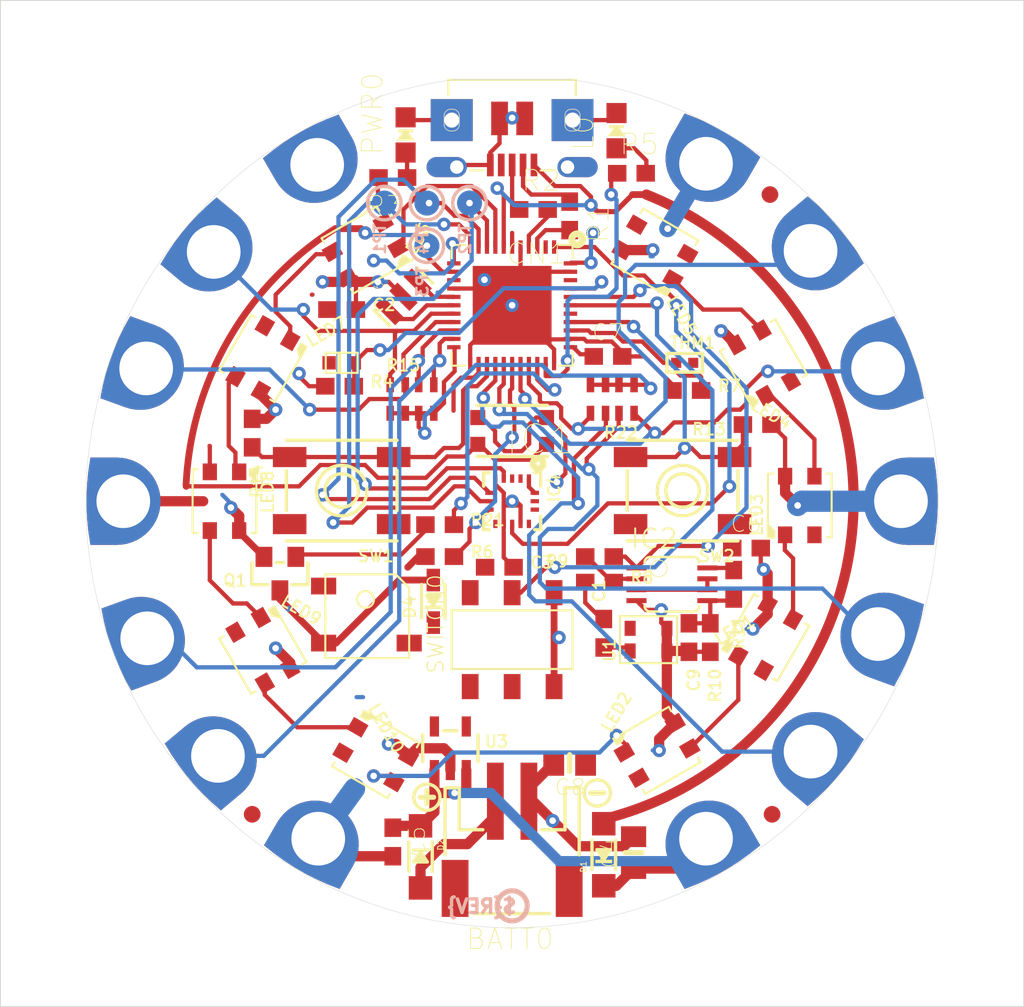
<source format=kicad_pcb>
(kicad_pcb (version 20240108) (generator "pcbnew") (generator_version "8.0")
  (layers (0 "F.Cu" signal) (1 "In1.Cu" signal) (2 "In2.Cu" signal) (3 "In3.Cu" signal) (4 "In4.Cu" signal) (5 "In5.Cu" signal) (6 "In6.Cu" signal) (7 "In7.Cu" signal) (8 "In8.Cu" signal) (9 "In9.Cu" signal) (10 "In10.Cu" signal) (11 "In11.Cu" signal) (12 "In12.Cu" signal) (13 "In13.Cu" signal) (14 "In14.Cu" signal) (31 "B.Cu" signal) (34 "B.Paste" user) (35 "F.Paste" user) (36 "B.SilkS" user "B.Silkscreen") (37 "F.SilkS" user "F.Silkscreen") (38 "B.Mask" user) (39 "F.Mask" user) (44 "Edge.Cuts" user))
  (net 0 "")
  (net 1 "N$3")
  (net 2 "N$4")
  (net 3 "GND")
  (net 4 "+5V")
  (net 5 "MOSI")
  (net 6 "MISO")
  (net 7 "SCK")
  (net 8 "RST")
  (net 9 "N$9")
  (net 10 "N$8")
  (net 11 "N$1")
  (net 12 "D10")
  (net 13 "D9")
  (net 14 "NEOPIX")
  (net 15 "D1/TX")
  (net 16 "D0/RX")
  (net 17 "D+")
  (net 18 "VCC")
  (net 19 "N$7")
  (net 20 "D6")
  (net 21 "D12")
  (net 22 "D13")
  (net 23 "N$14")
  (net 24 "N$16")
  (net 25 "N$17")
  (net 26 "N$18")
  (net 27 "N$19")
  (net 28 "N$20")
  (net 29 "3.3V")
  (net 30 "D3_SCL")
  (net 31 "D2_SDA")
  (net 32 "A4_SOUND_SENSE")
  (net 33 "A2")
  (net 34 "D8")
  (net 35 "A0_TEMP_SENSE")
  (net 36 "N$15")
  (net 37 "N$11")
  (net 38 "N$12")
  (net 39 "LEFTBUTTON")
  (net 40 "A1_RIGHTBUTTON")
  (net 41 "A3_SWITCH")
  (net 42 "N$10")
  (net 43 "D11")
  (net 44 "N$13")
  (net 45 "SPEAKER")
  (net 46 "N$25")
  (net 47 "SOUNDOUT")
  (net 48 "A5_LIGHT_SENSE")
  (net 49 "N$24")
  (net 50 "D-")
  (net 51 "TXLED")
  (net 52 "D7_LISINT")
  (net 53 "AREF")
  (net 54 "N$6")
  (net 55 "VCC/2")
  (net 56 "N$2")
  (footprint "FIDUCIAL_1MM" (layer "F.Cu") (at 163.9951 123.53508)
    (property "Reference" "U$6" (hide yes))
    (property "Value" "FIDUCIAL\"\"" (hide yes))
  )
  (footprint "SEWALLI" (layer "F.Cu") (at 171.1706 104.86608 -90)
    (property "Reference" "GNDTAP0" (hide yes))
    (property "Value" "SEWTAP-ALLIGATOR" (hide yes))
  )
  (footprint "0603-NO" (layer "F.Cu") (at 153.7081 109.69208)
    (property "Reference" "R8")
    (property "Value" "1K")
  )
  (footprint "0603-NO" (layer "F.Cu") (at 163.1061 100.29408 180)
    (property "Reference" "R13")
    (property "Value" "10K")
  )
  (footprint "LED3535" (layer "F.Cu") (at 157.1371 119.72508 30)
    (property "Reference" "LED2")
    (property "Value" "WS2812B3535")
  )
  (footprint "0603-NO" (layer "F.Cu") (at 158.9151 98.26208)
    (property "Reference" "R7")
    (property "Value" "10K")
  )
  (footprint "0603-NO" (layer "F.Cu") (at 161.7091 109.81908 -90)
    (property "Reference" "R11")
    (property "Value" "20K")
  )
  (footprint "_0402" (layer "F.Cu") (at 158.7881 96.61108)
    (property "Reference" "THM1")
    (property "Value" "10K")
  )
  (footprint "0603-NO" (layer "F.Cu") (at 133.0071 100.80208 -90)
    (property "Reference" "R14")
    (property "Value" "10K")
  )
  (footprint "SOT23-5" (layer "F.Cu") (at 144.8181 119.59808)
    (property "Reference" "U3")
    (property "Value" "AP2112K-3.3")
  )
  (footprint "SEWALLI" (layer "F.Cu") (at 165.9001 119.47108 -130)
    (property "Reference" "IO12" (hide yes))
    (property "Value" "SEWTAP-ALLIGATOR" (hide yes))
  )
  (footprint "CHIPLED_0805_NOOUTLINE" (layer "F.Cu") (at 154.7241 82.76808)
    (property "Reference" "L0")
    (property "Value" "RED")
  )
  (footprint "0603-NO" (layer "F.Cu") (at 159.0421 112.99408 -90)
    (property "Reference" "C9")
    (property "Value" "1uF")
  )
  (footprint "0603-NO" (layer "F.Cu") (at 154.2161 96.23008)
    (property "Reference" "C7")
    (property "Value" "1uF")
  )
  (footprint "SEWALLI" (layer "F.Cu") (at 169.8371 112.61308 -110)
    (property "Reference" "D6" (hide yes))
    (property "Value" "SEWTAP-ALLIGATOR" (hide yes))
  )
  (footprint "0603-NO" (layer "F.Cu") (at 153.7081 108.16808 180)
    (property "Reference" "R9")
    (property "Value" "100K")
  )
  (footprint "0805-NO" (layer "F.Cu") (at 151.9301 120.48708 180)
    (property "Reference" "C8")
    (property "Value" "10uF")
  )
  (footprint "0603-NO" (layer "F.Cu") (at 138.3411 93.43608)
    (property "Reference" "C2")
    (property "Value" "1uF")
  )
  (footprint "0603-NO" (layer "F.Cu") (at 144.1831 106.26308)
    (property "Reference" "R21")
    (property "Value" "100")
  )
  (footprint "SOT23-WIDE" (layer "F.Cu") (at 134.6581 109.18408 180)
    (property "Reference" "Q1")
    (property "Value" "MMBT2222")
  )
  (footprint "LED3535" (layer "F.Cu") (at 157.0101 90.00708 150)
    (property "Reference" "LED5")
    (property "Value" "WS2812B3535")
  )
  (footprint "SEWALLI" (layer "F.Cu") (at 169.8371 97.11908 -70)
    (property "Reference" "IO9" (hide yes))
    (property "Value" "SEWTAP-ALLIGATOR" (hide yes))
  )
  (footprint "SEWALLI" (layer "F.Cu") (at 127.2286 112.86708 110)
    (property "Reference" "RX0" (hide yes))
    (property "Value" "SEWTAP-ALLIGATOR" (hide yes))
  )
  (footprint "LED3535" (layer "F.Cu") (at 163.4871 96.61108 120)
    (property "Reference" "LED4")
    (property "Value" "WS2812B3535")
  )
  (footprint "SEWALLI" (layer "F.Cu") (at 127.1651 97.11908 70)
    (property "Reference" "SDA0" (hide yes))
    (property "Value" "SEWTAP-ALLIGATOR" (hide yes))
  )
  (footprint "SOD-323" (layer "F.Cu") (at 143.8021 110.83508 90)
    (property "Reference" "D4")
    (property "Value" "1N4148")
  )
  (footprint "LED3535" (layer "F.Cu") (at 163.6141 112.99408 60)
    (property "Reference" "LED1")
    (property "Value" "WS2812B3535")
  )
  (footprint "SYMBOL_MINUS" (layer "F.Cu") (at 153.5811 122.26508)
    (property "Reference" "U$1" (hide yes))
    (property "Value" "" (hide yes))
  )
  (footprint "0603-NO" (layer "F.Cu") (at 151.9301 87.84808 -90)
    (property "Reference" "R1")
    (property "Value" "22")
  )
  (footprint "RESONATOR-SMD" (layer "F.Cu") (at 142.0241 92.67408 45)
    (property "Reference" "Y1")
    (property "Value" "8MHz")
  )
  (footprint "SEWALLI" (layer "F.Cu") (at 159.8041 124.55108 -150)
    (property "Reference" "VCC2" (hide yes))
    (property "Value" "SEWTAP-ALLIGATOR" (hide yes))
  )
  (footprint "0603-NO" (layer "F.Cu") (at 147.7391 108.80308)
    (property "Reference" "C3")
    (property "Value" "1uF")
  )
  (footprint "SPW2430HR5H-B" (layer "F.Cu") (at 156.6291 113.12108 90)
    (property "Reference" "U1")
    (property "Value" "SPW2430")
  )
  (footprint "EG1390" (layer "F.Cu") (at 148.5011 113.12108)
    (property "Reference" "SWITCH0")
    (property "Value" "EG1390")
  )
  (footprint "SOD-123" (layer "F.Cu") (at 153.9621 125.94808 90)
    (property "Reference" "D1")
    (property "Value" "SCHOTTKY (1A)")
  )
  (footprint "SYMBOL_PLUS" (layer "F.Cu") (at 143.4211 122.51908)
    (property "Reference" "U$35" (hide yes))
    (property "Value" "" (hide yes))
  )
  (footprint "0603-NO" (layer "F.Cu") (at 141.3891 85.56208 180)
    (property "Reference" "R3")
    (property "Value" "1K")
  )
  (footprint "LED3535" (layer "F.Cu") (at 133.6421 113.75608 -60)
    (property "Reference" "LED9")
    (property "Value" "WS2812B3535")
  )
  (footprint "LED3535" (layer "F.Cu") (at 139.7381 89.88008 -150)
    (property "Reference" "LED6")
    (property "Value" "WS2812B3535")
  )
  (footprint "0603-NO" (layer "F.Cu") (at 138.2141 98.00808)
    (property "Reference" "R4")
    (property "Value" "10K")
  )
  (footprint "0603-NO" (layer "F.Cu") (at 141.3891 125.18608 -90)
    (property "Reference" "C5")
    (property "Value" "1uF")
  )
  (footprint "SEWALLI" (layer "F.Cu") (at 131.1021 90.32458 50)
    (property "Reference" "SCL0" (hide yes))
    (property "Value" "SEWTAP-ALLIGATOR" (hide yes))
  )
  (footprint "RESPACK_4X0603_NO" (layer "F.Cu") (at 154.4701 98.77008 180)
    (property "Reference" "R22")
    (property "Value" "1M")
  )
  (footprint "0603-NO" (layer "F.Cu") (at 149.7711 87.46708)
    (property "Reference" "R2")
    (property "Value" "22")
  )
  (footprint "SEWALLI" (layer "F.Cu") (at 131.3561 119.72508 130)
    (property "Reference" "TX0" (hide yes))
    (property "Value" "SEWTAP-ALLIGATOR" (hide yes))
  )
  (footprint "SEWALLI" (layer "F.Cu") (at 165.9001 90.26108 -50)
    (property "Reference" "IO10" (hide yes))
    (property "Value" "SEWTAP-ALLIGATOR" (hide yes))
  )
  (footprint "FIDUCIAL_1MM" (layer "F.Cu") (at 133.0071 123.53508)
    (property "Reference" "U$3" (hide yes))
    (property "Value" "FIDUCIAL\"\"" (hide yes))
  )
  (footprint "CHIPLED_0805_NOOUTLINE" (layer "F.Cu") (at 142.1511 83.02208)
    (property "Reference" "PWR0")
    (property "Value" "GREEN")
  )
  (footprint "BUZZER_SMT_5MM" (layer "F.Cu") (at 139.8651 111.72408)
    (property "Reference" "SP1" (hide yes))
    (property "Value" "8MM" (hide yes))
  )
  (footprint "SEWALLI" (layer "F.Cu") (at 159.8041 85.18108 -30)
    (property "Reference" "UNK3V3TAP2" (hide yes))
    (property "Value" "SEWTAP-ALLIGATOR" (hide yes))
  )
  (footprint "RESPACK_4X0603_NO" (layer "F.Cu") (at 142.5321 98.77008)
    (property "Reference" "R15")
    (property "Value" "1M")
  )
  (footprint "SEWALLI" (layer "F.Cu") (at 125.8316 104.86608 90)
    (property "Reference" "UNK3.3VTAP0" (hide yes))
    (property "Value" "SEWTAP-ALLIGATOR" (hide yes))
  )
  (footprint "LED3535" (layer "F.Cu") (at 140.3731 119.97908 -30)
    (property "Reference" "LED10")
    (property "Value" "WS2812B3535")
  )
  (footprint "SEWALLI" (layer "F.Cu") (at 137.1981 124.55108 150)
    (property "Reference" "GNDTAP2" (hide yes))
    (property "Value" "SEWTAP-ALLIGATOR" (hide yes))
  )
  (footprint "LED3535" (layer "F.Cu") (at 131.3561 104.86608 -90)
    (property "Reference" "LED8")
    (property "Value" "WS2812B3535")
  )
  (footprint "FIDUCIAL_1MM" (layer "F.Cu") (at 163.8681 86.57808)
    (property "Reference" "U$2" (hide yes))
    (property "Value" "FIDUCIAL\"\"" (hide yes))
  )
  (footprint "4UCONN_20329_V2" (layer "F.Cu") (at 148.5011 84.03808 180)
    (property "Reference" "CN1")
    (property "Value" "MicroB USB")
    (fp_line (start 4.05 1.6) (end 4.05 2.2) (stroke (width 0.05)) (layer "Edge.Cuts"))
    (fp_line (start 3.15 2.2) (end 3.15 1.6) (stroke (width 0.05)) (layer "Edge.Cuts"))
    (fp_line (start -3.15 1.6) (end -3.15 2.15) (stroke (width 0.05)) (layer "Edge.Cuts"))
    (fp_line (start -3.5 2.55) (end -3.7 2.55) (stroke (width 0.05)) (layer "Edge.Cuts"))
    (fp_line (start -3.7 1.25) (end -3.5 1.25) (stroke (width 0.05)) (layer "Edge.Cuts"))
    (fp_line (start -4.05 2.15) (end -4.05 1.6) (stroke (width 0.05)) (layer "Edge.Cuts"))
    (fp_arc (start 4.05 2.2) (mid 3.897487 2.468198) (end 3.6 2.55) (stroke (width 0.05)) (layer "Edge.Cuts"))
    (fp_arc (start 3.6 2.55) (mid 3.302513 2.468198) (end 3.15 2.2) (stroke (width 0.05)) (layer "Edge.Cuts"))
    (fp_arc (start 3.6 1.25) (mid 3.897487 1.331802) (end 4.05 1.6) (stroke (width 0.05)) (layer "Edge.Cuts"))
    (fp_arc (start 3.15 1.6) (mid 3.302513 1.331802) (end 3.6 1.25) (stroke (width 0.05)) (layer "Edge.Cuts"))
    (fp_arc (start -3.15 2.15) (mid -3.242157 2.422487) (end -3.5 2.55) (stroke (width 0.05)) (layer "Edge.Cuts"))
    (fp_arc (start -3.5 1.25) (mid -3.252513 1.352513) (end -3.15 1.6) (stroke (width 0.05)) (layer "Edge.Cuts"))
    (fp_arc (start -3.7 2.55) (mid -3.957843 2.422487) (end -4.05 2.15) (stroke (width 0.05)) (layer "Edge.Cuts"))
    (fp_arc (start -4.05 1.6) (mid -3.947487 1.352513) (end -3.7 1.25) (stroke (width 0.05)) (layer "Edge.Cuts"))
  )
  (footprint "0603-NO" (layer "F.Cu") (at 153.9621 112.74008 90)
    (property "Reference" "C1")
    (property "Value" "0.1uF")
  )
  (footprint "0603-NO" (layer "F.Cu") (at 144.1831 108.16808)
    (property "Reference" "R6")
    (property "Value" "10K")
  )
  (footprint "EVQ-Q2_SMALLER" (layer "F.Cu") (at 158.6611 104.23108 180)
    (property "Reference" "SW2")
    (property "Value" "EVQQ")
  )
  (footprint "EVQ-Q2_SMALLER" (layer "F.Cu") (at 138.3411 104.23108 180)
    (property "Reference" "SW1")
    (property "Value" "EVQQ")
  )
  (footprint "LED3535" (layer "F.Cu") (at 165.6461 105.12008 90)
    (property "Reference" "LED3")
    (property "Value" "WS2812B3535")
  )
  (footprint "SEWALLI" (layer "F.Cu") (at 137.1346 85.24458 30)
    (property "Reference" "GND3TAP0" (hide yes))
    (property "Value" "SEWTAP-ALLIGATOR" (hide yes))
  )
  (footprint "0603-NO" (layer "F.Cu") (at 162.4711 107.66008)
    (property "Reference" "C6")
    (property "Value" "1uF")
  )
  (footprint "LED3535" (layer "F.Cu") (at 133.6421 96.35708 -120)
    (property "Reference" "LED7")
    (property "Value" "WS2812B3535")
  )
  (footprint "JSTPH2" (layer "F.Cu") (at 148.5011 126.45608 180)
    (property "Reference" "BATT0")
    (property "Value" "3-6VDC")
  )
  (footprint "ALS-PT19-315C" (layer "F.Cu") (at 138.3411 96.61108)
    (property "Reference" "U2" (hide yes))
    (property "Value" "ALS-PT19-315C" (hide yes))
  )
  (footprint "BTN_KMR2_4.6X2.8" (layer "F.Cu") (at 148.5011 100.67508 180)
    (property "Reference" "RESET0" (hide yes))
    (property "Value" "KMR2" (hide yes))
  )
  (footprint "SOD-123" (layer "F.Cu") (at 143.0401 126.07508 -90)
    (property "Reference" "D2")
    (property "Value" "SCHOTTKY (1A)")
  )
  (footprint "0603-NO" (layer "F.Cu") (at 160.3121 112.99408 -90)
    (property "Reference" "R10")
    (property "Value" "10K")
  )
  (footprint "LGA16_3X3MM" (layer "F.Cu") (at 148.5011 104.86608 -90)
    (property "Reference" "IC4")
    (property "Value" "LIS3DH")
  )
  (footprint "0603-NO" (layer "F.Cu") (at 155.6131 85.30808)
    (property "Reference" "R5")
    (property "Value" "1K")
  )
  (footprint "0805-NO" (layer "F.Cu") (at 155.7401 125.82108 90)
    (property "Reference" "C4")
    (property "Value" "10uF")
  )
  (footprint "MSOP08" (layer "F.Cu") (at 158.0261 109.81908 -90)
    (property "Reference" "IC2")
    (property "Value" "LMV358MM")
  )
  (footprint "TQFN44_7MM" (layer "F.Cu") (at 148.5011 93.18208 180)
    (property "Reference" "IC1")
    (property "Value" "ATMEGA32U4-MU")
  )
  (footprint "FLORAMED" (layer "B.Cu") (at 160.1851 102.96108 180)
    (property "Reference" "U$4" (hide yes))
    (property "Value" "" (hide yes))
  )
  (footprint "TESTPOINT_ROUND_1.5MM" (layer "B.Cu") (at 143.4211 87.08608 -90)
    (property "Reference" "TP4")
    (property "Value" "MOSI")
  )
  (footprint "TESTPOINT_ROUND_1.5MM" (layer "B.Cu") (at 145.9611 87.08608 -90)
    (property "Reference" "TP2")
    (property "Value" "SCK")
  )
  (footprint "PCBFEAT-REV-040" (layer "B.Cu") (at 148.5011 128.99608 180)
    (property "Reference" "U$7" (hide yes))
    (property "Value" "" (hide yes))
  )
  (footprint "TESTPOINT_ROUND_1.5MM" (layer "B.Cu") (at 140.8811 87.08608 -90)
    (property "Reference" "TP1")
    (property "Value" "MISO")
  )
  (footprint "TESTPOINT_ROUND_1.5MM" (layer "B.Cu") (at 143.4211 89.62608 -90)
    (property "Reference" "TP3")
    (property "Value" "RST")
  )
  (gr_arc (start 151.9936 79.72008) (mid 148.5011 130.299419) (end 145.0086 79.72008) (stroke (width 0.0254)) (layer "Edge.Cuts"))
  (gr_rect (start 118 75) (end 179 135) (stroke (width 0.05)) (fill none) (layer "Edge.Cuts"))
  (gr_line (start 145.0086 79.72008) (end 151.9936 79.72008) (stroke (width 0.05)) (layer "Edge.Cuts"))
  (segment (start 150.0011 89.70708) (end 150.0011 89.19288) (width 0.254) (layer "F.Cu") (net 1))
  (segment (start 150.4959 88.69808) (end 151.9301 88.69808) (width 0.254) (layer "F.Cu") (net 1))
  (segment (start 150.0011 89.19288) (end 150.4959 88.69808) (width 0.254) (layer "F.Cu") (net 1))
  (segment (start 150.6601 87.85988) (end 149.5011 89.01888) (width 0.254) (layer "F.Cu") (net 2))
  (segment (start 149.5011 89.01888) (end 149.5011 89.70708) (width 0.254) (layer "F.Cu") (net 2))
  (segment (start 150.6211 87.46708) (end 150.6601 87.46708) (width 0.254) (layer "F.Cu") (net 2))
  (segment (start 150.6601 87.46708) (end 150.6601 87.85988) (width 0.254) (layer "F.Cu") (net 2))
  (segment (start 151.0011 115.92108) (end 151.0011 112.99408) (width 0.4064) (layer "F.Cu") (net 3))
  (segment (start 161.027368 94.70608) (end 160.9471 94.70608) (width 0.6096) (layer "F.Cu") (net 3))
  (segment (start 149.0726 101.88158) (end 148.0566 101.88158) (width 0.254) (layer "F.Cu") (net 3))
  (segment (start 132.2311 106.70708) (end 133.7081 108.18408) (width 0.4064) (layer "F.Cu") (net 3))
  (segment (start 149.7541 122.75608) (end 149.5011 122.75608) (width 0.6096) (layer "F.Cu") (net 3))
  (segment (start 142.3171 82.13808) (end 144.9011 82.13808) (width 0.254) (layer "F.Cu") (net 3))
  (segment (start 149.0011 92.55508) (end 148.5011 93.05508) (width 0.254) (layer "F.Cu") (net 3))
  (segment (start 147.5011 103.86608) (end 148.0011 104.36608) (width 0.254) (layer "F.Cu") (net 3))
  (segment (start 157.7241 113.62908) (end 157.7241 113.79608) (width 0.6096) (layer "F.Cu") (net 3))
  (segment (start 164.7711 103.37008) (end 164.7711 104.37208) (width 0.6096) (layer "F.Cu") (net 3))
  (segment (start 157.7241 112.44608) (end 157.3911 112.11308) (width 0.254) (layer "F.Cu") (net 3))
  (segment (start 158.9941 113.79608) (end 157.7241 113.79608) (width 0.6096) (layer "F.Cu") (net 3))
  (segment (start 164.7711 101.10908) (end 163.9561 100.29408) (width 0.254) (layer "F.Cu") (net 3))
  (segment (start 149.5011 121.96608) (end 149.5011 122.75608) (width 0.6096) (layer "F.Cu") (net 3))
  (segment (start 163.731325 109.174305) (end 163.4871 108.93008) (width 0.254) (layer "F.Cu") (net 3))
  (segment (start 163.731325 111.041033) (end 163.731325 111.606855) (width 0.6096) (layer "F.Cu") (net 3))
  (segment (start 152.4381 125.44008) (end 155.1711 125.44008) (width 0.6096) (layer "F.Cu") (net 3))
  (segment (start 154.3041 82.13808) (end 152.1011 82.13808) (width 0.254) (layer "F.Cu") (net 3))
  (segment (start 150.4061 95.21408) (end 148.5011 93.30908) (width 0.254) (layer "F.Cu") (net 3))
  (segment (start 149.5171 100.29408) (end 149.9361 99.87508) (width 0.254) (layer "F.Cu") (net 3))
  (segment (start 148.0011 106.21608) (end 148.0011 108.21508) (width 0.254) (layer "F.Cu") (net 3))
  (segment (start 157.7241 117.601261) (end 157.7241 113.79608) (width 0.6096) (layer "F.Cu") (net 3))
  (segment (start 148.5011 93.30908) (end 148.5011 93.18208) (width 0.254) (layer "F.Cu") (net 3))
  (segment (start 150.9801 120.48708) (end 149.5011 121.96608) (width 0.6096) (layer "F.Cu") (net 3))
  (segment (start 163.3211 107.66008) (end 163.3211 108.76408) (width 0.254) (layer "F.Cu") (net 3))
  (segment (start 146.0011 95.55508) (end 148.3741 93.18208) (width 0.254) (layer "F.Cu") (net 3))
  (segment (start 163.3211 108.76408) (end 163.4871 108.93008) (width 0.254) (layer "F.Cu") (net 3))
  (segment (start 136.8171 124.86402) (end 136.9441 124.99102) (width 1.27) (layer "F.Cu") (net 3))
  (segment (start 145.0261 92.18208) (end 147.3741 92.18208) (width 0.254) (layer "F.Cu") (net 3))
  (segment (start 151.0011 95.80908) (end 150.4061 95.21408) (width 0.254) (layer "F.Cu") (net 3))
  (segment (start 147.6281 92.18208) (end 147.3741 92.18208) (width 0.254) (layer "F.Cu") (net 3))
  (segment (start 149.0011 105.12008) (end 148.7471 104.86608) (width 0.254) (layer "F.Cu") (net 3))
  (segment (start 142.326147 120.096305) (end 142.824372 119.59808) (width 0.6096) (layer "F.Cu") (net 3))
  (segment (start 151.9761 95.18208) (end 152.7871 95.18208) (width 0.254) (layer "F.Cu") (net 3))
  (segment (start 135.274875 114.499855) (end 134.4041 113.62908) (width 0.6096) (layer "F.Cu") (net 3))
  (segment (start 146.0011 96.65708) (end 146.0011 95.55508) (width 0.254) (layer "F.Cu") (net 3))
  (segment (start 154.7241 81.71808) (end 154.3041 82.13808) (width 0.254) (layer "F.Cu") (net 3))
  (segment (start 151.6761 101.05608) (end 150.5511 99.93108) (width 0.254) (layer "F.Cu") (net 3))
  (segment (start 148.3741 93.18208) (end 148.5011 93.18208) (width 0.254) (layer "F.Cu") (net 3))
  (segment (start 151.9761 91.18208) (end 149.2231 91.18208) (width 0.254) (layer "F.Cu") (net 3))
  (segment (start 133.524875 98.310127) (end 133.5151 98.319902) (width 0.254) (layer "F.Cu") (net 3))
  (segment (start 158.215143 118.092305) (end 157.2641 119.043348) (width 0.6096) (layer "F.Cu") (net 3))
  (segment (start 157.7241 112.44608) (end 157.7241 113.62908) (width 0.6096) (layer "F.Cu") (net 3))
  (segment (start 136.3971 98.00808) (end 135.8011 97.41208) (width 0.254) (layer "F.Cu") (net 3))
  (segment (start 157.3911 112.11308) (end 157.3911 111.34308) (width 0.254) (layer "F.Cu") (net 3))
  (segment (start 149.9361 99.87508) (end 150.5511 99.87508) (width 0.254) (layer "F.Cu") (net 3))
  (segment (start 138.932282 91.78508) (end 140.5001 91.78508) (width 0.6096) (layer "F.Cu") (net 3))
  (segment (start 137.3641 98.00808) (end 136.3971 98.00808) (width 0.254) (layer "F.Cu") (net 3))
  (segment (start 144.8181 119.97908) (end 144.8181 120.89818) (width 0.6096) (layer "F.Cu") (net 3))
  (segment (start 164.7711 104.37208) (end 165.5191 105.12008) (width 0.6096) (layer "F.Cu") (net 3))
  (segment (start 141.573922 119.34408) (end 141.1351 119.34408) (width 0.6096) (layer "F.Cu") (net 3))
  (segment (start 138.4291 126.03608) (end 136.8171 124.42408) (width 0.254) (layer "F.Cu") (net 3))
  (segment (start 150.5511 99.93108) (end 150.5511 99.87508) (width 0.254) (layer "F.Cu") (net 3))
  (segment (start 147.2011 84.06808) (end 147.7511 83.51808) (width 0.254) (layer "F.Cu") (net 3))
  (segment (start 148.0011 104.36608) (end 148.0011 105.12008) (width 0.254) (layer "F.Cu") (net 3))
  (segment (start 144.4371 119.59808) (end 144.8181 119.97908) (width 0.6096) (layer "F.Cu") (net 3))
  (segment (start 139.1911 91.512855) (end 138.660057 91.512855) (width 0.254) (layer "F.Cu") (net 3))
  (segment (start 149.2231 91.18208) (end 149.0011 91.40408) (width 0.254) (layer "F.Cu") (net 3))
  (segment (start 151.0011 110.24008) (end 151.0411 110.20008) (width 0.254) (layer "F.Cu") (net 3))
  (segment (start 155.1711 125.44008) (end 155.7401 124.87108) (width 0.6096) (layer "F.Cu") (net 3))
  (segment (start 135.8011 97.41208) (end 135.8011 97.24608) (width 0.254) (layer "F.Cu") (net 3))
  (segment (start 139.1911 93.43608) (end 139.1911 91.512855) (width 0.254) (layer "F.Cu") (net 3))
  (segment (start 151.0011 96.65708) (end 151.0011 95.80908) (width 0.254) (layer "F.Cu") (net 3))
  (segment (start 151.9761 95.18208) (end 151.9441 95.21408) (width 0.254) (layer "F.Cu") (net 3))
  (segment (start 148.5011 93.05508) (end 148.5011 93.18208) (width 0.254) (layer "F.Cu") (net 3))
  (segment (start 133.524875 98.310127) (end 133.524875 98.525855) (width 0.254) (layer "F.Cu") (net 3))
  (segment (start 149.5171 101.43708) (end 149.5171 100.29408) (width 0.254) (layer "F.Cu") (net 3))
  (segment (start 145.3261 84.81308) (end 147.2011 84.81308) (width 0.254) (layer "F.Cu") (net 3))
  (segment (start 151.9441 95.21408) (end 150.4061 95.21408) (width 0.254) (layer "F.Cu") (net 3))
  (segment (start 138.387832 91.78508) (end 137.1981 91.78508) (width 0.6096) (layer "F.Cu") (net 3))
  (segment (start 149.0011 89.70708) (end 149.0011 91.40408) (width 0.254) (layer "F.Cu") (net 3))
  (segment (start 161.854325 95.533037) (end 161.027368 94.70608) (width 0.6096) (layer "F.Cu") (net 3))
  (segment (start 156.873325 89.889855) (end 156.8831 89.88008) (width 0.254) (layer "F.Cu") (net 3))
  (segment (start 142.0241 92.67408) (end 141.1351 91.78508) (width 0.254) (layer "F.Cu") (net 3))
  (segment (start 147.7511 82.03808) (end 149.2511 82.03808) (width 0.254) (layer "F.Cu") (net 3))
  (segment (start 147.4851 101.31008) (end 147.4851 100.67508) (width 0.254) (layer "F.Cu") (net 3))
  (segment (start 158.0651 97.92008) (end 158.0651 98.26208) (width 0.254) (layer "F.Cu") (net 3))
  (segment (start 157.7631 113.59008) (end 157.7241 113.62908) (width 0.254) (layer "F.Cu") (net 3))
  (segment (start 149.0011 105.12008) (end 149.0011 106.21608) (width 0.254) (layer "F.Cu") (net 3))
  (segment (start 149.5171 101.43708) (end 149.0726 101.88158) (width 0.254) (layer "F.Cu") (net 3))
  (segment (start 149.0011 91.40408) (end 149.0011 92.55508) (width 0.254) (layer "F.Cu") (net 3))
  (segment (start 146.6851 99.87508) (end 146.4511 99.87508) (width 0.254) (layer "F.Cu") (net 3))
  (segment (start 133.524875 98.525855) (end 134.4041 99.40508) (width 0.6096) (layer "F.Cu") (net 3))
  (segment (start 133.0071 99.95208) (end 133.8571 99.95208) (width 0.6096) (layer "F.Cu") (net 3))
  (segment (start 147.5011 103.51608) (end 147.5011 103.86608) (width 0.254) (layer "F.Cu") (net 3))
  (segment (start 147.7511 83.51808) (end 147.7511 82.03808) (width 0.254) (layer "F.Cu") (net 3))
  (segment (start 142.824372 119.59808) (end 144.4371 119.59808) (width 0.6096) (layer "F.Cu") (net 3))
  (segment (start 147.4851 100.67508) (end 146.6851 99.87508) (width 0.254) (layer "F.Cu") (net 3))
  (segment (start 154.4311 95.34108) (end 155.0661 95.97608) (width 0.254) (layer "F.Cu") (net 3))
  (segment (start 151.0011 112.99408) (end 151.2951 112.99408) (width 0.4064) (layer "F.Cu") (net 3))
  (segment (start 151.6761 101.05608) (end 151.6761 103.21508) (width 0.254) (layer "F.Cu") (net 3))
  (segment (start 148.0011 108.21508) (end 148.5891 108.80308) (width 0.254) (layer "F.Cu") (net 3))
  (segment (start 141.3891 126.03608) (end 138.4291 126.03608) (width 0.6096) (layer "F.Cu") (net 3))
  (segment (start 138.660057 91.512855) (end 138.387832 91.78508) (width 0.6096) (layer "F.Cu") (net 3))
  (segment (start 156.3751 96.23008) (end 155.0661 96.23008) (width 0.254) (layer "F.Cu") (net 3))
  (segment (start 159.0421 113.84408) (end 158.9941 113.79608) (width 0.6096) (layer "F.Cu") (net 3))
  (segment (start 138.660057 91.512855) (end 138.932282 91.78508) (width 0.254) (layer "F.Cu") (net 3))
  (segment (start 150.9141 123.91608) (end 152.4381 125.44008) (width 0.6096) (layer "F.Cu") (net 3))
  (segment (start 151.0011 110.32108) (end 151.0011 110.24008) (width 0.254) (layer "F.Cu") (net 3))
  (segment (start 148.0011 106.21608) (end 148.0011 105.12008) (width 0.254) (layer "F.Cu") (net 3))
  (segment (start 152.9461 95.34108) (end 154.4311 95.34108) (width 0.254) (layer "F.Cu") (net 3))
  (segment (start 158.215143 118.092305) (end 157.7241 117.601261) (width 0.6096) (layer "F.Cu") (net 3))
  (segment (start 147.3741 92.18208) (end 146.8501 91.65808) (width 0.254) (layer "F.Cu") (net 3))
  (segment (start 150.9141 123.91608) (end 149.7541 122.75608) (width 0.6096) (layer "F.Cu") (net 3))
  (segment (start 157.2641 119.043348) (end 157.2641 119.72508) (width 0.6096) (layer "F.Cu") (net 3))
  (segment (start 152.7871 95.18208) (end 152.9461 95.34108) (width 0.254) (layer "F.Cu") (net 3))
  (segment (start 148.7471 104.86608) (end 148.5011 104.86608) (width 0.254) (layer "F.Cu") (net 3))
  (segment (start 163.731325 111.606855) (end 162.8521 112.48608) (width 0.6096) (layer "F.Cu") (net 3))
  (segment (start 132.2311 106.61608) (end 132.2311 105.74108) (width 0.6096) (layer "F.Cu") (net 3))
  (segment (start 156.3751 96.23008) (end 158.0651 97.92008) (width 0.254) (layer "F.Cu") (net 3))
  (segment (start 151.6761 103.21508) (end 151.1681 103.72308) (width 0.254) (layer "F.Cu") (net 3))
  (segment (start 142.326147 120.096305) (end 141.573922 119.34408) (width 0.6096) (layer "F.Cu") (net 3))
  (segment (start 135.274875 114.834123) (end 135.274875 114.499855) (width 0.6096) (layer "F.Cu") (net 3))
  (segment (start 132.2311 105.74108) (end 131.7371 105.24708) (width 0.6096) (layer "F.Cu") (net 3))
  (segment (start 148.0566 101.88158) (end 147.4851 101.31008) (width 0.254) (layer "F.Cu") (net 3))
  (segment (start 151.0011 110.32108) (end 151.0011 112.99408) (width 0.4064) (layer "F.Cu") (net 3))
  (segment (start 160.3121 113.84408) (end 159.0421 113.84408) (width 0.254) (layer "F.Cu") (net 3))
  (segment (start 164.7711 103.37008) (end 164.7711 101.10908) (width 0.254) (layer "F.Cu") (net 3))
  (segment (start 148.0011 105.12008) (end 149.0011 105.12008) (width 0.254) (layer "F.Cu") (net 3))
  (segment (start 147.6281 92.18208) (end 148.5011 93.05508) (width 0.254) (layer "F.Cu") (net 3))
  (segment (start 136.8171 124.42408) (end 136.8171 124.86402) (width 0.254) (layer "F.Cu") (net 3))
  (segment (start 163.731325 111.041033) (end 163.731325 109.174305) (width 0.6096) (layer "F.Cu") (net 3))
  (segment (start 156.4631 111.34308) (end 157.3911 111.34308) (width 0.254) (layer "F.Cu") (net 3))
  (segment (start 133.8571 99.95208) (end 134.4041 99.40508) (width 0.6096) (layer "F.Cu") (net 3))
  (segment (start 141.1351 91.78508) (end 140.5001 91.78508) (width 0.254) (layer "F.Cu") (net 3))
  (segment (start 132.2311 106.61608) (end 132.2311 106.70708) (width 0.4064) (layer "F.Cu") (net 3))
  (segment (start 155.057053 89.889855) (end 156.873325 89.889855) (width 0.6096) (layer "F.Cu") (net 3))
  (segment (start 155.9131 110.79308) (end 156.4631 111.34308) (width 0.254) (layer "F.Cu") (net 3))
  (segment (start 155.0661 95.97608) (end 155.0661 96.23008) (width 0.254) (layer "F.Cu") (net 3))
  (segment (start 147.2011 84.81308) (end 147.2011 84.06808) (width 0.254) (layer "F.Cu") (net 3))
  (via (at 157.2641 119.72508) (size 0.8001) (drill 0.3937) (layers "F.Cu" "B.Cu") (net 3))
  (via (at 165.5191 105.12008) (size 0.8001) (drill 0.3937) (layers "F.Cu" "B.Cu") (net 3))
  (via (at 157.3911 111.34308) (size 0.8001) (drill 0.3937) (layers "F.Cu" "B.Cu") (net 3))
  (via (at 134.4041 113.62908) (size 0.8001) (drill 0.3937) (layers "F.Cu" "B.Cu") (net 3))
  (via (at 146.8501 91.65808) (size 0.8001) (drill 0.3937) (layers "F.Cu" "B.Cu") (net 3))
  (via (at 131.7371 105.24708) (size 0.8001) (drill 0.3937) (layers "F.Cu" "B.Cu") (net 3))
  (via (at 151.1681 103.72308) (size 0.8001) (drill 0.3937) (layers "F.Cu" "B.Cu") (net 3))
  (via (at 140.5001 91.78508) (size 0.8001) (drill 0.3937) (layers "F.Cu" "B.Cu") (net 3))
  (via (at 135.8011 97.24608) (size 0.8001) (drill 0.3937) (layers "F.Cu" "B.Cu") (net 3))
  (via (at 134.4041 99.40508) (size 0.8001) (drill 0.3937) (layers "F.Cu" "B.Cu") (net 3))
  (via (at 160.9471 94.70608) (size 0.8001) (drill 0.3937) (layers "F.Cu" "B.Cu") (net 3))
  (via (at 150.9141 123.91608) (size 0.8001) (drill 0.3937) (layers "F.Cu" "B.Cu") (net 3))
  (via (at 151.2951 112.99408) (size 0.8001) (drill 0.3937) (layers "F.Cu" "B.Cu") (net 3))
  (via (at 148.5011 93.18208) (size 0.8001) (drill 0.3937) (layers "F.Cu" "B.Cu") (net 3))
  (via (at 162.8521 112.48608) (size 0.8001) (drill 0.3937) (layers "F.Cu" "B.Cu") (net 3))
  (via (at 148.5011 104.86608) (size 0.8001) (drill 0.3937) (layers "F.Cu" "B.Cu") (net 3))
  (via (at 137.1981 91.78508) (size 0.8001) (drill 0.3937) (layers "F.Cu" "B.Cu") (net 3))
  (via (at 163.4871 108.93008) (size 0.8001) (drill 0.3937) (layers "F.Cu" "B.Cu") (net 3))
  (via (at 141.1351 119.34408) (size 0.8001) (drill 0.3937) (layers "F.Cu" "B.Cu") (net 3))
  (via (at 148.5011 82.00608) (size 0.8001) (drill 0.3937) (layers "F.Cu" "B.Cu") (net 3))
  (via (at 156.8831 89.88008) (size 0.8001) (drill 0.3937) (layers "F.Cu" "B.Cu") (net 3))
  (arc (start 142.1511 81.97208) (mid 142.19972 82.08946) (end 142.3171 82.13808) (width 0.254) (layer "F.Cu") (net 3))
  (arc (start 145.2011 84.93808) (mid 145.237712 84.849692) (end 145.3261 84.81308) (width 0.254) (layer "F.Cu") (net 3))
  (segment (start 163.4871 108.93008) (end 163.3601 108.93008) (width 0.254) (layer "B.Cu") (net 3))
  (segment (start 139.2301 116.55008) (end 139.6111 116.55008) (width 0.254) (layer "B.Cu") (net 3))
  (segment (start 157.2641 119.72508) (end 156.8831 119.72508) (width 0.254) (layer "B.Cu") (net 3))
  (segment (start 165.7731 104.86608) (end 165.5191 105.12008) (width 1.27) (layer "B.Cu") (net 3))
  (segment (start 156.7561 90.26108) (end 156.8831 90.26108) (width 0.254) (layer "B.Cu") (net 3))
  (segment (start 136.9441 124.99102) (end 139.1031 122.01108) (width 1.27) (layer "B.Cu") (net 3))
  (segment (start 134.4041 113.62908) (end 134.4041 113.50208) (width 0.254) (layer "B.Cu") (net 3))
  (segment (start 165.5191 105.12008) (end 165.5191 104.86608) (width 0.254) (layer "B.Cu") (net 3))
  (segment (start 131.6101 104.86608) (end 131.2291 104.48508) (width 0.254) (layer "B.Cu") (net 3))
  (segment (start 162.8521 112.48608) (end 162.4711 112.48608) (width 0.254) (layer "B.Cu") (net 3))
  (segment (start 163.3601 108.93008) (end 163.2331 108.80308) (width 0.254) (layer "B.Cu") (net 3))
  (segment (start 135.1661 111.21608) (end 135.1661 111.34308) (width 0.254) (layer "B.Cu") (net 3))
  (segment (start 160.9471 94.70608) (end 160.8201 94.57908) (width 0.254) (layer "B.Cu") (net 3))
  (segment (start 165.5191 104.86608) (end 165.3921 104.73908) (width 0.254) (layer "B.Cu") (net 3))
  (segment (start 140.5001 91.78508) (end 141.0081 91.78508) (width 0.254) (layer "B.Cu") (net 3))
  (segment (start 171.6786 104.86608) (end 165.7731 104.86608) (width 1.27) (layer "B.Cu") (net 3))
  (segment (start 148.5011 93.18208) (end 148.5011 93.30908) (width 0.254) (layer "B.Cu") (net 3))
  (segment (start 152.5651 86.07008) (end 153.2001 86.70508) (width 0.254) (layer "F.Cu") (net 4))
  (segment (start 153.2001 86.70508) (end 153.2001 87.21308) (width 0.254) (layer "F.Cu") (net 4))
  (segment (start 153.9621 123.91608) (end 153.9621 124.09808) (width 0.6096) (layer "F.Cu") (net 4))
  (segment (start 148.0011 86.58608) (end 147.6121 86.19708) (width 0.254) (layer "F.Cu") (net 4))
  (segment (start 154.0891 123.78908) (end 153.9621 123.91608) (width 0.6096) (layer "F.Cu") (net 4))
  (segment (start 155.6766 86.57808) (end 154.6606 87.59408) (width 0.3048) (layer "F.Cu") (net 4))
  (segment (start 153.5811 87.59408) (end 153.2001 87.21308) (width 0.3048) (layer "F.Cu") (net 4))
  (segment (start 154.6606 87.59408) (end 153.5811 87.59408) (width 0.3048) (layer "F.Cu") (net 4))
  (segment (start 148.0011 86.58608) (end 148.0011 89.70708) (width 0.254) (layer "F.Cu") (net 4))
  (segment (start 151.0581 86.07008) (end 152.5651 86.07008) (width 0.254) (layer "F.Cu") (net 4))
  (segment (start 153.9621 124.04308) (end 153.9621 124.09808) (width 0.254) (layer "F.Cu") (net 4))
  (segment (start 151.0581 86.07008) (end 149.8011 84.81308) (width 0.254) (layer "F.Cu") (net 4))
  (segment (start 156.5021 86.57808) (end 155.6766 86.57808) (width 0.4064) (layer "F.Cu") (net 4))
  (via (at 147.6121 86.19708) (size 0.8001) (drill 0.3937) (layers "F.Cu" "B.Cu") (net 4))
  (via (at 153.2001 87.21308) (size 0.8001) (drill 0.3937) (layers "F.Cu" "B.Cu") (net 4))
  (arc (start 156.5021 86.57808) (mid 168.813287 106.060154) (end 154.0891 123.78908) (width 0.6096) (layer "F.Cu") (net 4))
  (segment (start 147.6121 86.19708) (end 148.6281 87.21308) (width 0.254) (layer "B.Cu") (net 4))
  (segment (start 148.6281 87.21308) (end 153.2001 87.21308) (width 0.254) (layer "B.Cu") (net 4))
  (segment (start 143.5481 104.73908) (end 144.8181 103.46908) (width 0.254) (layer "F.Cu") (net 5))
  (segment (start 146.5011 88.64208) (end 145.7071 87.84808) (width 0.254) (layer "F.Cu") (net 5))
  (segment (start 145.7071 87.84808) (end 145.0721 87.84808) (width 0.254) (layer "F.Cu") (net 5))
  (segment (start 137.4521 104.73908) (end 137.1981 104.48508) (width 0.254) (layer "F.Cu") (net 5))
  (segment (start 145.0721 87.84808) (end 144.3101 87.08608) (width 0.254) (layer "F.Cu") (net 5))
  (segment (start 146.5011 89.70708) (end 146.5011 88.64208) (width 0.254) (layer "F.Cu") (net 5))
  (segment (start 137.4521 104.73908) (end 143.5481 104.73908) (width 0.254) (layer "F.Cu") (net 5))
  (segment (start 146.2541 103.46908) (end 147.1511 104.36608) (width 0.254) (layer "F.Cu") (net 5))
  (segment (start 144.3101 87.08608) (end 143.5481 87.08608) (width 0.254) (layer "F.Cu") (net 5))
  (segment (start 144.8181 103.46908) (end 146.2541 103.46908) (width 0.254) (layer "F.Cu") (net 5))
  (via (at 137.1981 104.48508) (size 0.8001) (drill 0.3937) (layers "F.Cu" "B.Cu") (net 5))
  (via (at 143.5481 87.08608) (size 0.8001) (drill 0.3937) (layers "F.Cu" "B.Cu") (net 5))
  (segment (start 138.1506 87.91158) (end 138.1506 103.53258) (width 0.254) (layer "B.Cu") (net 5))
  (segment (start 142.0241 85.68908) (end 143.4211 87.08608) (width 0.254) (layer "B.Cu") (net 5))
  (segment (start 138.1506 103.53258) (end 137.1981 104.48508) (width 0.254) (layer "B.Cu") (net 5))
  (segment (start 140.3731 85.68908) (end 142.0241 85.68908) (width 0.254) (layer "B.Cu") (net 5))
  (segment (start 143.5481 87.08608) (end 143.4211 87.08608) (width 0.254) (layer "B.Cu") (net 5))
  (segment (start 138.1506 87.91158) (end 140.3731 85.68908) (width 0.254) (layer "B.Cu") (net 5))
  (segment (start 145.7071 103.97708) (end 146.5961 104.86608) (width 0.254) (layer "F.Cu") (net 6))
  (segment (start 146.0011 89.70708) (end 146.0011 89.03108) (width 0.254) (layer "F.Cu") (net 6))
  (segment (start 139.8651 105.24708) (end 143.8021 105.24708) (width 0.254) (layer "F.Cu") (net 6))
  (segment (start 145.3261 88.35608) (end 144.4371 88.35608) (width 0.254) (layer "F.Cu") (net 6))
  (segment (start 138.9761 106.13608) (end 139.8651 105.24708) (width 0.254) (layer "F.Cu") (net 6))
  (segment (start 146.5961 104.86608) (end 147.1511 104.86608) (width 0.254) (layer "F.Cu") (net 6))
  (segment (start 143.8021 105.24708) (end 145.0721 103.97708) (width 0.254) (layer "F.Cu") (net 6))
  (segment (start 146.0011 89.03108) (end 145.3261 88.35608) (width 0.254) (layer "F.Cu") (net 6))
  (segment (start 145.0721 103.97708) (end 145.7071 103.97708) (width 0.254) (layer "F.Cu") (net 6))
  (segment (start 137.8331 106.13608) (end 138.9761 106.13608) (width 0.254) (layer "F.Cu") (net 6))
  (via (at 137.8331 106.13608) (size 0.8001) (drill 0.3937) (layers "F.Cu" "B.Cu") (net 6))
  (via (at 144.4371 88.35608) (size 0.8001) (drill 0.3937) (layers "F.Cu" "B.Cu") (net 6))
  (segment (start 138.7856 105.18358) (end 137.8331 106.13608) (width 0.254) (layer "B.Cu") (net 6))
  (segment (start 139.8651 87.08608) (end 140.8811 87.08608) (width 0.254) (layer "B.Cu") (net 6))
  (segment (start 144.4371 88.35608) (end 142.1511 88.35608) (width 0.254) (layer "B.Cu") (net 6))
  (segment (start 138.7856 88.16558) (end 138.7856 105.18358) (width 0.254) (layer "B.Cu") (net 6))
  (segment (start 138.7856 88.16558) (end 139.8651 87.08608) (width 0.254) (layer "B.Cu") (net 6))
  (segment (start 142.1511 88.35608) (end 140.8811 87.08608) (width 0.254) (layer "B.Cu") (net 6))
  (segment (start 139.9921 104.10408) (end 139.7381 103.85008) (width 0.254) (layer "F.Cu") (net 7))
  (segment (start 143.4211 104.10408) (end 144.6276 102.89758) (width 0.254) (layer "F.Cu") (net 7))
  (segment (start 147.0011 88.12608) (end 145.9611 87.08608) (width 0.254) (layer "F.Cu") (net 7))
  (segment (start 147.0011 89.70708) (end 147.0011 88.12608) (width 0.254) (layer "F.Cu") (net 7))
  (segment (start 148.0011 103.09608) (end 148.0011 103.51608) (width 0.254) (layer "F.Cu") (net 7))
  (segment (start 143.4211 104.10408) (end 139.9921 104.10408) (width 0.254) (layer "F.Cu") (net 7))
  (segment (start 147.8026 102.89758) (end 148.0011 103.09608) (width 0.254) (layer "F.Cu") (net 7))
  (segment (start 144.6276 102.89758) (end 147.8026 102.89758) (width 0.254) (layer "F.Cu") (net 7))
  (via (at 145.9611 87.08608) (size 0.8001) (drill 0.3937) (layers "F.Cu" "B.Cu") (net 7))
  (via (at 139.7381 103.85008) (size 0.8001) (drill 0.3937) (layers "F.Cu" "B.Cu") (net 7))
  (segment (start 139.2936 103.40558) (end 139.7381 103.85008) (width 0.254) (layer "B.Cu") (net 7))
  (segment (start 146.3421 87.46708) (end 146.0881 87.21308) (width 0.254) (layer "B.Cu") (net 7))
  (segment (start 144.0561 92.42008) (end 144.1831 92.42008) (width 0.254) (layer "B.Cu") (net 7))
  (segment (start 146.0881 87.21308) (end 145.9611 87.08608) (width 0.254) (layer "B.Cu") (net 7))
  (segment (start 140.2461 92.80108) (end 139.2936 93.75358) (width 0.254) (layer "B.Cu") (net 7))
  (segment (start 140.2461 92.80108) (end 143.8021 92.80108) (width 0.254) (layer "B.Cu") (net 7))
  (segment (start 139.2936 93.75358) (end 139.2936 103.40558) (width 0.254) (layer "B.Cu") (net 7))
  (segment (start 143.8021 92.80108) (end 144.1831 92.42008) (width 0.254) (layer "B.Cu") (net 7))
  (segment (start 144.1831 92.42008) (end 146.0881 90.51508) (width 0.254) (layer "B.Cu") (net 7))
  (segment (start 146.0881 87.21308) (end 146.0881 90.51508) (width 0.254) (layer "B.Cu") (net 7))
  (segment (start 150.5511 101.48258) (end 150.5511 101.47508) (width 0.254) (layer "F.Cu") (net 8))
  (segment (start 137.9601 88.61008) (end 139.4841 88.61008) (width 0.4064) (layer "F.Cu") (net 8))
  (segment (start 145.0261 91.18208) (end 144.3421 91.18208) (width 0.254) (layer "F.Cu") (net 8))
  (segment (start 143.4211 90.26108) (end 143.4211 89.62608) (width 0.254) (layer "F.Cu") (net 8))
  (segment (start 139.4841 88.61008) (end 139.7381 88.86408) (width 0.4064) (layer "F.Cu") (net 8))
  (segment (start 146.5646 101.47508) (end 146.4511 101.47508) (width 0.254) (layer "F.Cu") (net 8))
  (segment (start 137.0711 102.70708) (end 139.7381 102.70708) (width 0.254) (layer "F.Cu") (net 8))
  (segment (start 147.4791 102.38958) (end 146.5646 101.47508) (width 0.254) (layer "F.Cu") (net 8))
  (segment (start 129.0701 103.97708) (end 135.8011 103.97708) (width 0.254) (layer "F.Cu") (net 8))
  (segment (start 145.7071 102.19908) (end 146.4311 101.47508) (width 0.254) (layer "F.Cu") (net 8))
  (segment (start 144.6341 102.19908) (end 145.7071 102.19908) (width 0.254) (layer "F.Cu") (net 8))
  (segment (start 143.3641 103.46908) (end 144.6341 102.19908) (width 0.254) (layer "F.Cu") (net 8))
  (segment (start 129.0701 103.97708) (end 129.0701 103.85008) (width 0.4064) (layer "F.Cu") (net 8))
  (segment (start 144.3421 91.18208) (end 143.4211 90.26108) (width 0.254) (layer "F.Cu") (net 8))
  (segment (start 135.8011 103.97708) (end 137.0711 102.70708) (width 0.254) (layer "F.Cu") (net 8))
  (segment (start 140.5001 103.46908) (end 143.3641 103.46908) (width 0.254) (layer "F.Cu") (net 8))
  (segment (start 147.4791 102.38958) (end 149.6441 102.38958) (width 0.254) (layer "F.Cu") (net 8))
  (segment (start 139.7381 102.70708) (end 140.5001 103.46908) (width 0.254) (layer "F.Cu") (net 8))
  (segment (start 146.4311 101.47508) (end 146.4511 101.47508) (width 0.254) (layer "F.Cu") (net 8))
  (segment (start 149.6441 102.38958) (end 150.5511 101.48258) (width 0.254) (layer "F.Cu") (net 8))
  (via (at 143.4211 89.62608) (size 0.8001) (drill 0.3937) (layers "F.Cu" "B.Cu") (net 8))
  (via (at 139.7381 88.86408) (size 0.8001) (drill 0.3937) (layers "F.Cu" "B.Cu") (net 8))
  (arc (start 129.0701 103.85008) (mid 131.650498 95.142396) (end 137.9601 88.61008) (width 0.4064) (layer "F.Cu") (net 8))
  (segment (start 142.7861 88.99108) (end 139.8651 88.99108) (width 0.254) (layer "B.Cu") (net 8))
  (segment (start 139.8651 88.99108) (end 139.7381 88.86408) (width 0.254) (layer "B.Cu") (net 8))
  (segment (start 143.4211 89.62608) (end 142.7861 88.99108) (width 0.254) (layer "B.Cu") (net 8))
  (segment (start 143.8021 92.67408) (end 145.0181 92.67408) (width 0.254) (layer "F.Cu") (net 9))
  (segment (start 142.953572 91.825552) (end 142.872632 91.825552) (width 0.254) (layer "F.Cu") (net 9))
  (segment (start 143.8021 92.67408) (end 142.953572 91.825552) (width 0.254) (layer "F.Cu") (net 9))
  (segment (start 145.0181 92.67408) (end 145.0261 92.68208) (width 0.254) (layer "F.Cu") (net 9))
  (segment (start 141.7001 94.00108) (end 142.6021 94.00108) (width 0.254) (layer "F.Cu") (net 10))
  (segment (start 141.7001 94.00108) (end 141.221632 93.522612) (width 0.254) (layer "F.Cu") (net 10))
  (segment (start 141.221632 93.522612) (end 141.175572 93.522612) (width 0.254) (layer "F.Cu") (net 10))
  (segment (start 143.4211 93.18208) (end 145.0261 93.18208) (width 0.254) (layer "F.Cu") (net 10))
  (segment (start 142.6021 94.00108) (end 143.4211 93.18208) (width 0.254) (layer "F.Cu") (net 10))
  (segment (start 142.2391 84.16008) (end 142.2391 85.56208) (width 0.254) (layer "F.Cu") (net 11))
  (arc (start 142.1511 84.07208) (mid 142.213325 84.097855) (end 142.2391 84.16008) (width 0.254) (layer "F.Cu") (net 11))
  (segment (start 152.0571 100.54808) (end 152.4381 100.54808) (width 0.254) (layer "F.Cu") (net 12))
  (segment (start 149.5011 96.65708) (end 149.5011 97.86508) (width 0.254) (layer "F.Cu") (net 12))
  (segment (start 151.4221 99.91308) (end 152.0571 100.54808) (width 0.254) (layer "F.Cu") (net 12))
  (segment (start 153.1701 99.81608) (end 153.1701 99.62008) (width 0.254) (layer "F.Cu") (net 12))
  (segment (start 150.1521 98.89708) (end 150.2791 99.02408) (width 0.254) (layer "F.Cu") (net 12))
  (segment (start 149.5011 97.86508) (end 150.1521 98.51608) (width 0.254) (layer "F.Cu") (net 12))
  (segment (start 151.4221 99.27808) (end 151.4221 99.91308) (width 0.254) (layer "F.Cu") (net 12))
  (segment (start 150.1521 98.51608) (end 150.1521 98.89708) (width 0.254) (layer "F.Cu") (net 12))
  (segment (start 152.4381 100.54808) (end 153.1701 99.81608) (width 0.254) (layer "F.Cu") (net 12))
  (segment (start 151.1681 99.02408) (end 151.4221 99.27808) (width 0.254) (layer "F.Cu") (net 12))
  (segment (start 150.2791 99.02408) (end 151.1681 99.02408) (width 0.254) (layer "F.Cu") (net 12))
  (segment (start 166.107784 89.75308) (end 166.28925 89.934546) (width 0.254) (layer "F.Cu") (net 12))
  (via (at 152.4381 100.54808) (size 0.8001) (drill 0.3937) (layers "F.Cu" "B.Cu") (net 12))
  (segment (start 155.2321 91.40408) (end 155.8671 90.76908) (width 0.254) (layer "B.Cu") (net 12))
  (segment (start 155.8671 90.76908) (end 165.454715 90.76908) (width 0.254) (layer "B.Cu") (net 12))
  (segment (start 154.8511 94.70608) (end 154.8511 92.99158) (width 0.254) (layer "B.Cu") (net 12))
  (segment (start 165.454715 90.76908) (end 166.28925 89.934546) (width 0.254) (layer "B.Cu") (net 12))
  (segment (start 157.6451 97.50008) (end 154.8511 94.70608) (width 0.254) (layer "B.Cu") (net 12))
  (segment (start 155.2321 92.61058) (end 155.2321 91.40408) (width 0.254) (layer "B.Cu") (net 12))
  (segment (start 155.9941 100.54808) (end 157.6451 98.89708) (width 0.254) (layer "B.Cu") (net 12))
  (segment (start 157.6451 98.89708) (end 157.6451 97.50008) (width 0.254) (layer "B.Cu") (net 12))
  (segment (start 154.8511 92.99158) (end 155.2321 92.61058) (width 0.254) (layer "B.Cu") (net 12))
  (segment (start 152.4381 100.54808) (end 155.9941 100.54808) (width 0.254) (layer "B.Cu") (net 12))
  (segment (start 162.4711 98.13508) (end 163.4871 97.11908) (width 0.254) (layer "F.Cu") (net 13))
  (segment (start 158.1531 100.16708) (end 157.5181 100.80208) (width 0.254) (layer "F.Cu") (net 13))
  (segment (start 155.7701 99.62008) (end 156.9521 100.80208) (width 0.254) (layer "F.Cu") (net 13))
  (segment (start 156.9521 100.80208) (end 157.0101 100.80208) (width 0.254) (layer "F.Cu") (net 13))
  (segment (start 160.5661 100.16708) (end 158.1531 100.16708) (width 0.254) (layer "F.Cu") (net 13))
  (segment (start 157.5181 100.80208) (end 157.0101 100.80208) (width 0.254) (layer "F.Cu") (net 13))
  (segment (start 149.0011 98.25408) (end 149.2631 98.51608) (width 0.254) (layer "F.Cu") (net 13))
  (segment (start 170.314462 96.945337) (end 169.925409 97.33439) (width 0.254) (layer "F.Cu") (net 13))
  (segment (start 169.980206 96.61108) (end 170.314462 96.945337) (width 0.254) (layer "F.Cu") (net 13))
  (segment (start 149.0011 96.65708) (end 149.0011 98.25408) (width 0.254) (layer "F.Cu") (net 13))
  (segment (start 163.4871 97.11908) (end 163.7411 97.11908) (width 0.254) (layer "F.Cu") (net 13))
  (segment (start 162.0901 99.40508) (end 162.4711 99.02408) (width 0.254) (layer "F.Cu") (net 13))
  (segment (start 162.4711 99.02408) (end 162.4711 98.13508) (width 0.254) (layer "F.Cu") (net 13))
  (segment (start 169.0751 96.48408) (end 169.925409 97.33439) (width 0.254) (layer "F.Cu") (net 13))
  (segment (start 161.3281 99.40508) (end 160.5661 100.16708) (width 0.254) (layer "F.Cu") (net 13))
  (segment (start 162.0901 99.40508) (end 161.3281 99.40508) (width 0.254) (layer "F.Cu") (net 13))
  (segment (start 149.2631 98.51608) (end 149.2631 98.77008) (width 0.254) (layer "F.Cu") (net 13))
  (via (at 163.7411 97.11908) (size 0.8001) (drill 0.3937) (layers "F.Cu" "B.Cu") (net 13))
  (via (at 157.0101 100.80208) (size 0.8001) (drill 0.3937) (layers "F.Cu" "B.Cu") (net 13))
  (via (at 149.2631 98.77008) (size 0.8001) (drill 0.3937) (layers "F.Cu" "B.Cu") (net 13))
  (segment (start 156.1211 101.43708) (end 156.7561 100.80208) (width 0.254) (layer "B.Cu") (net 13))
  (segment (start 151.9301 101.43708) (end 156.1211 101.43708) (width 0.254) (layer "B.Cu") (net 13))
  (segment (start 151.9301 101.43708) (end 149.2631 98.77008) (width 0.254) (layer "B.Cu") (net 13))
  (segment (start 156.7561 100.80208) (end 157.0101 100.80208) (width 0.254) (layer "B.Cu") (net 13))
  (segment (start 170.013718 97.24608) (end 169.886718 97.11908) (width 0.254) (layer "B.Cu") (net 13))
  (segment (start 170.013718 97.24608) (end 170.314462 96.945337) (width 0.254) (layer "B.Cu") (net 13))
  (segment (start 169.886718 97.11908) (end 163.7411 97.11908) (width 0.254) (layer "B.Cu") (net 13))
  (segment (start 142.0241 89.429902) (end 141.691147 89.762855) (width 0.254) (layer "F.Cu") (net 14))
  (segment (start 147.5011 87.48308) (end 147.5011 89.70708) (width 0.254) (layer "F.Cu") (net 14))
  (segment (start 146.0881 86.07008) (end 147.5011 87.48308) (width 0.254) (layer "F.Cu") (net 14))
  (segment (start 146.0881 86.07008) (end 143.4211 86.07008) (width 0.254) (layer "F.Cu") (net 14))
  (segment (start 142.0241 87.46708) (end 142.0241 89.429902) (width 0.254) (layer "F.Cu") (net 14))
  (segment (start 143.4211 86.07008) (end 142.0241 87.46708) (width 0.254) (layer "F.Cu") (net 14))
  (segment (start 144.1831 95.46808) (end 144.1831 96.48408) (width 0.254) (layer "F.Cu") (net 15))
  (segment (start 145.0261 95.18208) (end 144.4691 95.18208) (width 0.254) (layer "F.Cu") (net 15))
  (segment (start 144.4691 95.18208) (end 144.1831 95.46808) (width 0.254) (layer "F.Cu") (net 15))
  (segment (start 143.8321 97.92008) (end 143.8321 96.83508) (width 0.254) (layer "F.Cu") (net 15))
  (segment (start 143.8321 96.83508) (end 144.1831 96.48408) (width 0.254) (layer "F.Cu") (net 15))
  (via (at 144.1831 96.48408) (size 0.8001) (drill 0.3937) (layers "F.Cu" "B.Cu") (net 15))
  (segment (start 133.696566 120.051614) (end 130.96695 120.051614) (width 0.254) (layer "B.Cu") (net 15))
  (segment (start 141.7701 111.97808) (end 133.696566 120.051614) (width 0.254) (layer "B.Cu") (net 15))
  (segment (start 141.7701 98.89708) (end 144.1831 96.48408) (width 0.254) (layer "B.Cu") (net 15))
  (segment (start 141.7701 98.89708) (end 141.7701 111.97808) (width 0.254) (layer "B.Cu") (net 15))
  (segment (start 144.2071 94.68208) (end 143.1671 95.72208) (width 0.254) (layer "F.Cu") (net 16))
  (segment (start 143.1671 96.23008) (end 142.9131 96.48408) (width 0.254) (layer "F.Cu") (net 16))
  (segment (start 142.9321 96.50308) (end 142.9131 96.48408) (width 0.254) (layer "F.Cu") (net 16))
  (segment (start 142.9321 97.92008) (end 142.9321 96.50308) (width 0.254) (layer "F.Cu") (net 16))
  (segment (start 145.0261 94.68208) (end 144.2071 94.68208) (width 0.254) (layer "F.Cu") (net 16))
  (segment (start 143.1671 95.72208) (end 143.1671 96.23008) (width 0.254) (layer "F.Cu") (net 16))
  (via (at 142.9131 96.48408) (size 0.8001) (drill 0.3937) (layers "F.Cu" "B.Cu") (net 16))
  (segment (start 127.973844 113.040823) (end 126.751238 113.040823) (width 0.254) (layer "B.Cu") (net 16))
  (segment (start 141.2621 111.47008) (end 137.9601 114.77208) (width 0.254) (layer "B.Cu") (net 16))
  (segment (start 137.9601 114.77208) (end 129.7051 114.77208) (width 0.254) (layer "B.Cu") (net 16))
  (segment (start 141.2621 98.13508) (end 141.2621 111.47008) (width 0.254) (layer "B.Cu") (net 16))
  (segment (start 129.7051 114.77208) (end 127.973844 113.040823) (width 0.254) (layer "B.Cu") (net 16))
  (segment (start 141.2621 98.13508) (end 142.9131 96.48408) (width 0.254) (layer "B.Cu") (net 16))
  (segment (start 148.5011 87.04708) (end 148.9211 87.46708) (width 0.254) (layer "F.Cu") (net 17))
  (segment (start 148.5011 87.04708) (end 148.5011 84.81308) (width 0.254) (layer "F.Cu") (net 17))
  (segment (start 143.8681 122.26508) (end 143.8681 120.89818) (width 0.6096) (layer "F.Cu") (net 18))
  (segment (start 143.8681 123.39708) (end 143.8681 122.26508) (width 0.6096) (layer "F.Cu") (net 18))
  (segment (start 158.53204 126.77108) (end 160.0581 125.24502) (width 0.6096) (layer "F.Cu") (net 18))
  (segment (start 145.7681 122.26508) (end 145.7681 120.89818) (width 0.6096) (layer "F.Cu") (net 18))
  (segment (start 145.0721 122.26508) (end 143.8681 122.26508) (width 0.6096) (layer "F.Cu") (net 18))
  (segment (start 141.3891 124.22508) (end 143.0401 124.22508) (width 0.6096) (layer "F.Cu") (net 18))
  (segment (start 153.9621 127.79808) (end 154.7131 127.79808) (width 0.6096) (layer "F.Cu") (net 18))
  (segment (start 145.7681 122.26508) (end 145.0721 122.26508) (width 0.6096) (layer "F.Cu") (net 18))
  (segment (start 143.0401 124.22508) (end 143.8681 123.39708) (width 0.6096) (layer "F.Cu") (net 18))
  (segment (start 160.0581 125.24502) (end 160.0581 124.99102) (width 0.6096) (layer "F.Cu") (net 18))
  (segment (start 155.7401 126.77108) (end 158.53204 126.77108) (width 0.6096) (layer "F.Cu") (net 18))
  (segment (start 141.3891 124.33608) (end 141.3891 124.22508) (width 0.254) (layer "F.Cu") (net 18))
  (segment (start 154.7131 127.79808) (end 155.7401 126.77108) (width 0.6096) (layer "F.Cu") (net 18))
  (via (at 145.0721 122.26508) (size 0.8001) (drill 0.3937) (layers "F.Cu" "B.Cu") (net 18))
  (segment (start 145.0721 122.26508) (end 147.2311 122.26508) (width 0.6096) (layer "B.Cu") (net 18))
  (segment (start 160.0581 125.24502) (end 160.0581 124.99102) (width 0.6096) (layer "B.Cu") (net 18))
  (segment (start 151.2951 126.32908) (end 158.97404 126.32908) (width 0.6096) (layer "B.Cu") (net 18))
  (segment (start 158.97404 126.32908) (end 160.0581 125.24502) (width 0.6096) (layer "B.Cu") (net 18))
  (segment (start 147.2311 122.26508) (end 151.2951 126.32908) (width 0.6096) (layer "B.Cu") (net 18))
  (segment (start 147.6121 123.53508) (end 147.6121 122.86708) (width 0.254) (layer "F.Cu") (net 19))
  (segment (start 144.4371 125.31308) (end 145.8341 125.31308) (width 0.6096) (layer "F.Cu") (net 19))
  (segment (start 143.0401 127.92508) (end 143.0401 126.71008) (width 0.6096) (layer "F.Cu") (net 19))
  (segment (start 145.8341 125.31308) (end 147.6121 123.53508) (width 0.6096) (layer "F.Cu") (net 19))
  (segment (start 147.6121 122.86708) (end 147.5011 122.75608) (width 0.254) (layer "F.Cu") (net 19))
  (segment (start 143.0401 126.71008) (end 144.4371 125.31308) (width 0.6096) (layer "F.Cu") (net 19))
  (segment (start 148.0011 96.65708) (end 148.0011 97.87308) (width 0.254) (layer "F.Cu") (net 20))
  (segment (start 152.9461 102.32608) (end 154.8511 100.42108) (width 0.254) (layer "F.Cu") (net 20))
  (segment (start 148.0011 97.87308) (end 147.7391 98.13508) (width 0.254) (layer "F.Cu") (net 20))
  (segment (start 153.0731 102.96108) (end 152.9461 102.83408) (width 0.254) (layer "F.Cu") (net 20))
  (segment (start 152.9461 102.83408) (end 152.9461 102.32608) (width 0.254) (layer "F.Cu") (net 20))
  (segment (start 154.8511 100.42108) (end 154.8511 99.63908) (width 0.254) (layer "F.Cu") (net 20))
  (segment (start 147.7391 98.13508) (end 147.7391 99.40508) (width 0.254) (layer "F.Cu") (net 20))
  (segment (start 154.8511 99.63908) (end 154.8701 99.62008) (width 0.254) (layer "F.Cu") (net 20))
  (via (at 153.0731 102.96108) (size 0.8001) (drill 0.3937) (layers "F.Cu" "B.Cu") (net 20))
  (via (at 147.7391 99.40508) (size 0.8001) (drill 0.3937) (layers "F.Cu" "B.Cu") (net 20))
  (segment (start 153.5811 103.46908) (end 153.5811 105.12008) (width 0.254) (layer "B.Cu") (net 20))
  (segment (start 147.9931 99.65908) (end 149.3901 99.65908) (width 0.254) (layer "B.Cu") (net 20))
  (segment (start 169.7101 112.786823) (end 170.314462 112.786823) (width 0.254) (layer "B.Cu") (net 20))
  (segment (start 150.6601 106.51708) (end 150.1521 107.02508) (width 0.254) (layer "B.Cu") (net 20))
  (segment (start 152.1841 106.51708) (end 150.6601 106.51708) (width 0.254) (layer "B.Cu") (net 20))
  (segment (start 147.7391 99.40508) (end 147.9931 99.65908) (width 0.254) (layer "B.Cu") (net 20))
  (segment (start 150.5331 110.07308) (end 166.996356 110.07308) (width 0.254) (layer "B.Cu") (net 20))
  (segment (start 152.6921 102.96108) (end 153.0731 102.96108) (width 0.254) (layer "B.Cu") (net 20))
  (segment (start 149.3901 99.65908) (end 152.6921 102.96108) (width 0.254) (layer "B.Cu") (net 20))
  (segment (start 153.5811 103.46908) (end 153.0731 102.96108) (width 0.254) (layer "B.Cu") (net 20))
  (segment (start 166.996356 110.07308) (end 169.7101 112.786823) (width 0.254) (layer "B.Cu") (net 20))
  (segment (start 150.1521 109.69208) (end 150.5331 110.07308) (width 0.254) (layer "B.Cu") (net 20))
  (segment (start 153.5811 105.12008) (end 152.1841 106.51708) (width 0.254) (layer "B.Cu") (net 20))
  (segment (start 150.1521 107.02508) (end 150.1521 109.69208) (width 0.254) (layer "B.Cu") (net 20))
  (segment (start 146.7866 98.38908) (end 146.7866 98.70658) (width 0.254) (layer "F.Cu") (net 21))
  (segment (start 147.5011 96.65708) (end 147.5011 97.67458) (width 0.254) (layer "F.Cu") (net 21))
  (segment (start 152.4381 104.99308) (end 152.1841 104.73908) (width 0.254) (layer "F.Cu") (net 21))
  (segment (start 152.1841 104.73908) (end 152.1841 102.32608) (width 0.254) (layer "F.Cu") (net 21))
  (segment (start 147.5011 97.67458) (end 146.7866 98.38908) (width 0.254) (layer "F.Cu") (net 21))
  (segment (start 152.1841 102.32608) (end 154.0891 100.42108) (width 0.254) (layer "F.Cu") (net 21))
  (segment (start 154.0891 99.62008) (end 154.0701 99.62008) (width 0.254) (layer "F.Cu") (net 21))
  (segment (start 154.0891 100.42108) (end 154.0891 99.62008) (width 0.254) (layer "F.Cu") (net 21))
  (via (at 152.4381 104.99308) (size 0.8001) (drill 0.3937) (layers "F.Cu" "B.Cu") (net 21))
  (via (at 146.7866 98.70658) (size 0.8001) (drill 0.3937) (layers "F.Cu" "B.Cu") (net 21))
  (segment (start 152.0571 110.83508) (end 161.019634 119.797614) (width 0.254) (layer "B.Cu") (net 21))
  (segment (start 147.2311 100.42108) (end 146.7231 99.91308) (width 0.254) (layer "B.Cu") (net 21))
  (segment (start 149.5171 110.45408) (end 149.8981 110.83508) (width 0.254) (layer "B.Cu") (net 21))
  (segment (start 147.9931 100.16708) (end 147.7391 100.42108) (width 0.254) (layer "B.Cu") (net 21))
  (segment (start 149.8981 110.83508) (end 152.0571 110.83508) (width 0.254) (layer "B.Cu") (net 21))
  (segment (start 146.7231 98.77008) (end 146.7866 98.70658) (width 0.254) (layer "B.Cu") (net 21))
  (segment (start 146.7231 99.91308) (end 146.7231 98.77008) (width 0.254) (layer "B.Cu") (net 21))
  (segment (start 151.4221 104.99308) (end 152.4381 104.99308) (width 0.254) (layer "B.Cu") (net 21))
  (segment (start 147.7391 100.42108) (end 147.2311 100.42108) (width 0.254) (layer "B.Cu") (net 21))
  (segment (start 161.019634 119.797614) (end 166.28925 119.797614) (width 0.254) (layer "B.Cu") (net 21))
  (segment (start 149.1361 100.16708) (end 152.4381 103.46908) (width 0.254) (layer "B.Cu") (net 21))
  (segment (start 147.9931 100.16708) (end 149.1361 100.16708) (width 0.254) (layer "B.Cu") (net 21))
  (segment (start 149.5171 106.89808) (end 149.5171 110.45408) (width 0.254) (layer "B.Cu") (net 21))
  (segment (start 151.4221 104.99308) (end 149.5171 106.89808) (width 0.254) (layer "B.Cu") (net 21))
  (segment (start 152.4381 103.46908) (end 152.4381 104.99308) (width 0.254) (layer "B.Cu") (net 21))
  (segment (start 151.8031 96.99208) (end 151.8031 96.48408) (width 0.254) (layer "F.Cu") (net 22))
  (segment (start 151.3967 97.39848) (end 151.8031 96.99208) (width 0.254) (layer "F.Cu") (net 22))
  (segment (start 150.5011 96.65708) (end 150.5011 97.39848) (width 0.254) (layer "F.Cu") (net 22))
  (segment (start 154.4066 85.66458) (end 154.4066 86.57808) (width 0.254) (layer "F.Cu") (net 22))
  (segment (start 150.5011 97.39848) (end 151.3967 97.39848) (width 0.254) (layer "F.Cu") (net 22))
  (segment (start 154.4066 85.66458) (end 154.7631 85.30808) (width 0.254) (layer "F.Cu") (net 22))
  (via (at 151.8031 96.48408) (size 0.8001) (drill 0.3937) (layers "F.Cu" "B.Cu") (net 22))
  (via (at 154.4066 86.57808) (size 0.8001) (drill 0.3937) (layers "F.Cu" "B.Cu") (net 22))
  (segment (start 154.7241 92.16608) (end 154.7241 86.89558) (width 0.254) (layer "B.Cu") (net 22))
  (segment (start 151.8031 92.92808) (end 152.0571 92.67408) (width 0.254) (layer "B.Cu") (net 22))
  (segment (start 154.2161 92.67408) (end 154.7241 92.16608) (width 0.254) (layer "B.Cu") (net 22))
  (segment (start 154.7241 86.89558) (end 154.4066 86.57808) (width 0.254) (layer "B.Cu") (net 22))
  (segment (start 152.0571 92.67408) (end 154.2161 92.67408) (width 0.254) (layer "B.Cu") (net 22))
  (segment (start 151.8031 96.48408) (end 151.8031 92.92808) (width 0.254) (layer "B.Cu") (net 22))
  (segment (start 134.4041 93.56308) (end 135.274875 94.433855) (width 0.254) (layer "F.Cu") (net 23))
  (segment (start 136.8171 90.13408) (end 137.648285 90.13408) (width 0.254) (layer "F.Cu") (net 23))
  (segment (start 135.274875 94.433855) (end 135.274875 95.279037) (width 0.254) (layer "F.Cu") (net 23))
  (segment (start 134.4041 93.56308) (end 134.4041 92.54708) (width 0.254) (layer "F.Cu") (net 23))
  (segment (start 137.648285 90.13408) (end 137.785057 89.997309) (width 0.254) (layer "F.Cu") (net 23))
  (segment (start 134.4041 92.54708) (end 136.8171 90.13408) (width 0.254) (layer "F.Cu") (net 23))
  (segment (start 132.009329 102.894309) (end 132.009329 101.963309) (width 0.254) (layer "F.Cu") (net 24))
  (segment (start 132.009329 101.963309) (end 131.6101 101.56408) (width 0.254) (layer "F.Cu") (net 24))
  (segment (start 131.6101 101.56408) (end 131.6101 97.834355) (width 0.254) (layer "F.Cu") (net 24))
  (segment (start 132.2311 103.11608) (end 132.009329 102.894309) (width 0.254) (layer "F.Cu") (net 24))
  (segment (start 131.6101 97.834355) (end 132.009329 97.435127) (width 0.254) (layer "F.Cu") (net 24))
  (segment (start 132.683922 110.96208) (end 133.524875 111.803033) (width 0.254) (layer "F.Cu") (net 25))
  (segment (start 131.8641 110.96208) (end 132.683922 110.96208) (width 0.254) (layer "F.Cu") (net 25))
  (segment (start 130.4811 109.57908) (end 131.8641 110.96208) (width 0.254) (layer "F.Cu") (net 25))
  (segment (start 130.4811 106.61608) (end 130.4811 109.57908) (width 0.254) (layer "F.Cu") (net 25))
  (segment (start 135.692325 118.346305) (end 133.759329 116.413308) (width 0.254) (layer "F.Cu") (net 26))
  (segment (start 133.759329 116.413308) (end 133.759329 115.709123) (width 0.254) (layer "F.Cu") (net 26))
  (segment (start 135.692325 118.346305) (end 139.295057 118.346305) (width 0.254) (layer "F.Cu") (net 26))
  (segment (start 166.5211 101.16908) (end 166.5211 103.37008) (width 0.254) (layer "F.Cu") (net 27))
  (segment (start 163.604325 98.564127) (end 163.916146 98.564127) (width 0.254) (layer "F.Cu") (net 27))
  (segment (start 163.916146 98.564127) (end 166.5211 101.16908) (width 0.254) (layer "F.Cu") (net 27))
  (segment (start 163.369871 94.658037) (end 162.147915 93.43608) (width 0.254) (layer "F.Cu") (net 28))
  (segment (start 159.884368 93.43608) (end 158.088143 91.639855) (width 0.254) (layer "F.Cu") (net 28))
  (segment (start 162.147915 93.43608) (end 159.884368 93.43608) (width 0.254) (layer "F.Cu") (net 28))
  (segment (start 140.5001 85.60108) (end 140.5001 86.45108) (width 0.254) (layer "F.Cu") (net 29))
  (segment (start 149.8511 104.36608) (end 149.5011 104.01608) (width 0.254) (layer "F.Cu") (net 29))
  (segment (start 125.3236 104.86608) (end 130.0861 104.86608) (width 0.6096) (layer "F.Cu") (net 29))
  (segment (start 152.0161 90.64208) (end 153.2001 90.64208) (width 0.254) (layer "F.Cu") (net 29))
  (segment (start 146.5011 97.21408) (end 146.2151 97.50008) (width 0.254) (layer "F.Cu") (net 29))
  (segment (start 148.5011 89.70708) (end 148.5011 88.86408) (width 0.254) (layer "F.Cu") (net 29))
  (segment (start 142.9131 108.16808) (end 142.2781 108.80308) (width 0.4064) (layer "F.Cu") (net 29))
  (segment (start 145.4531 97.50008) (end 145.0086 97.94458) (width 0.254) (layer "F.Cu") (net 29))
  (segment (start 151.9761 95.68208) (end 152.1441 95.68208) (width 0.254) (layer "F.Cu") (net 29))
  (segment (start 153.4931 96.10308) (end 153.3661 96.23008) (width 0.254) (layer "F.Cu") (net 29))
  (segment (start 149.5011 104.01608) (end 149.5011 103.51608) (width 0.254) (layer "F.Cu") (net 29))
  (segment (start 143.3331 108.16808) (end 142.9131 108.16808) (width 0.4064) (layer "F.Cu") (net 29))
  (segment (start 146.5011 96.65708) (end 146.5011 97.21408) (width 0.254) (layer "F.Cu") (net 29))
  (segment (start 130.4811 101.57808) (end 130.4671 101.56408) (width 0.254) (layer "F.Cu") (net 29))
  (segment (start 145.0086 97.94458) (end 145.0086 99.46858) (width 0.254) (layer "F.Cu") (net 29))
  (segment (start 146.2151 97.50008) (end 145.4531 97.50008) (width 0.254) (layer "F.Cu") (net 29))
  (segment (start 136.6021 92.54708) (end 136.5631 92.54708) (width 0.254) (layer "F.Cu") (net 29))
  (segment (start 152.1441 95.68208) (end 152.5651 96.10308) (width 0.254) (layer "F.Cu") (net 29))
  (segment (start 130.4811 103.11608) (end 130.4811 101.57808) (width 0.254) (layer "F.Cu") (net 29))
  (segment (start 161.7091 108.84308) (end 161.7091 108.96908) (width 0.254) (layer "F.Cu") (net 29))
  (segment (start 152.5651 96.10308) (end 153.4931 96.10308) (width 0.254) (layer "F.Cu") (net 29))
  (segment (start 160.1381 108.84308) (end 161.7091 108.84308) (width 0.254) (layer "F.Cu") (net 29))
  (segment (start 151.9761 90.68208) (end 152.0161 90.64208) (width 0.254) (layer "F.Cu") (net 29))
  (via (at 153.2001 90.64208) (size 0.8001) (drill 0.3937) (layers "F.Cu" "B.Cu") (net 29))
  (via (at 153.3271 88.86408) (size 0.8001) (drill 0.3937) (layers "F.Cu" "B.Cu") (net 29))
  (via (at 157.7721 88.61008) (size 0.8001) (drill 0.3937) (layers "F.Cu" "B.Cu") (net 29))
  (arc (start 140.5391 85.56208) (mid 140.511523 85.573503) (end 140.5001 85.60108) (width 0.254) (layer "F.Cu") (net 29))
  (segment (start 153.2001 90.64208) (end 153.2001 88.86408) (width 0.254) (layer "B.Cu") (net 29))
  (segment (start 153.2001 88.86408) (end 153.3271 88.86408) (width 0.254) (layer "B.Cu") (net 29))
  (segment (start 160.0581 84.74114) (end 157.7721 88.61008) (width 1.016) (layer "B.Cu") (net 29))
  (segment (start 141.6431 94.70608) (end 136.9441 94.70608) (width 0.254) (layer "F.Cu") (net 30))
  (segment (start 141.2321 97.27608) (end 141.5161 96.99208) (width 0.254) (layer "F.Cu") (net 30))
  (segment (start 145.0261 93.68208) (end 143.6831 93.68208) (width 0.254) (layer "F.Cu") (net 30))
  (segment (start 142.6591 94.70608) (end 141.6431 94.70608) (width 0.254) (layer "F.Cu") (net 30))
  (segment (start 136.0551 93.81708) (end 136.0551 93.43608) (width 0.254) (layer "F.Cu") (net 30))
  (segment (start 143.6831 93.68208) (end 142.6591 94.70608) (width 0.254) (layer "F.Cu") (net 30))
  (segment (start 136.9441 94.70608) (end 136.0551 93.81708) (width 0.254) (layer "F.Cu") (net 30))
  (segment (start 141.5161 94.83308) (end 141.6431 94.70608) (width 0.254) (layer "F.Cu") (net 30))
  (segment (start 141.2321 97.92008) (end 141.2321 97.27608) (width 0.254) (layer "F.Cu") (net 30))
  (segment (start 141.5161 96.99208) (end 141.5161 94.83308) (width 0.254) (layer "F.Cu") (net 30))
  (via (at 136.0551 93.43608) (size 0.8001) (drill 0.3937) (layers "F.Cu" "B.Cu") (net 30))
  (segment (start 130.71295 89.998046) (end 134.150985 93.43608) (width 0.254) (layer "B.Cu") (net 30))
  (segment (start 134.150985 93.43608) (end 136.0551 93.43608) (width 0.254) (layer "B.Cu") (net 30))
  (segment (start 142.0241 96.10308) (end 142.0241 97.81208) (width 0.254) (layer "F.Cu") (net 31))
  (segment (start 142.0241 97.81208) (end 142.1321 97.92008) (width 0.254) (layer "F.Cu") (net 31))
  (segment (start 145.0261 94.18208) (end 143.9451 94.18208) (width 0.254) (layer "F.Cu") (net 31))
  (segment (start 139.9921 98.77008) (end 139.3571 99.40508) (width 0.254) (layer "F.Cu") (net 31))
  (segment (start 143.9451 94.18208) (end 142.0241 96.10308) (width 0.254) (layer "F.Cu") (net 31))
  (segment (start 139.3571 99.40508) (end 136.4361 99.40508) (width 0.254) (layer "F.Cu") (net 31))
  (segment (start 141.8971 98.77008) (end 139.9921 98.77008) (width 0.254) (layer "F.Cu") (net 31))
  (segment (start 142.1321 97.92008) (end 142.1321 98.53508) (width 0.254) (layer "F.Cu") (net 31))
  (segment (start 142.1321 98.53508) (end 141.8971 98.77008) (width 0.254) (layer "F.Cu") (net 31))
  (via (at 136.4361 99.40508) (size 0.8001) (drill 0.3937) (layers "F.Cu" "B.Cu") (net 31))
  (segment (start 134.039857 97.008837) (end 126.751238 97.008837) (width 0.254) (layer "B.Cu") (net 31))
  (segment (start 126.751238 97.008837) (end 126.687738 96.945337) (width 0.254) (layer "B.Cu") (net 31))
  (segment (start 136.4361 99.40508) (end 134.039857 97.008837) (width 0.254) (layer "B.Cu") (net 31))
  (segment (start 160.1851 107.53308) (end 157.2231 107.53308) (width 0.254) (layer "F.Cu") (net 32))
  (segment (start 151.9761 92.68208) (end 155.7321 92.68208) (width 0.254) (layer "F.Cu") (net 32))
  (segment (start 155.2381 108.16808) (end 155.9131 108.84308) (width 0.254) (layer "F.Cu") (net 32))
  (segment (start 157.2231 107.53308) (end 155.9131 108.84308) (width 0.254) (layer "F.Cu") (net 32))
  (segment (start 154.5581 108.16808) (end 155.2381 108.16808) (width 0.254) (layer "F.Cu") (net 32))
  (segment (start 155.7321 92.68208) (end 156.1211 92.29308) (width 0.254) (layer "F.Cu") (net 32))
  (segment (start 155.9131 108.84308) (end 155.4871 108.84308) (width 0.254) (layer "F.Cu") (net 32))
  (via (at 156.1211 92.29308) (size 0.8001) (drill 0.3937) (layers "F.Cu" "B.Cu") (net 32))
  (via (at 160.1851 107.53308) (size 0.8001) (drill 0.3937) (layers "F.Cu" "B.Cu") (net 32))
  (segment (start 162.4711 98.13508) (end 159.1691 94.83308) (width 0.254) (layer "B.Cu") (net 32))
  (segment (start 156.3751 92.03908) (end 156.1211 92.29308) (width 0.254) (layer "B.Cu") (net 32))
  (segment (start 159.1691 94.83308) (end 159.1691 94.32508) (width 0.254) (layer "B.Cu") (net 32))
  (segment (start 162.4711 98.13508) (end 162.4711 105.24708) (width 0.254) (layer "B.Cu") (net 32))
  (segment (start 158.2801 92.03908) (end 156.3751 92.03908) (width 0.254) (layer "B.Cu") (net 32))
  (segment (start 159.1691 92.92808) (end 158.2801 92.03908) (width 0.254) (layer "B.Cu") (net 32))
  (segment (start 162.4711 105.24708) (end 160.1851 107.53308) (width 0.254) (layer "B.Cu") (net 32))
  (segment (start 159.1691 94.19808) (end 159.1691 92.92808) (width 0.254) (layer "B.Cu") (net 32))
  (segment (start 159.1691 94.32508) (end 159.1691 94.19808) (width 0.254) (layer "B.Cu") (net 32))
  (segment (start 145.9611 107.27908) (end 145.9611 106.51708) (width 0.254) (layer "F.Cu") (net 34))
  (segment (start 147.1511 105.36608) (end 147.1121 105.36608) (width 0.254) (layer "F.Cu") (net 34))
  (segment (start 148.5011 98.13508) (end 148.3741 98.26208) (width 0.254) (layer "F.Cu") (net 34))
  (segment (start 148.5011 96.65708) (end 148.5011 98.13508) (width 0.254) (layer "F.Cu") (net 34))
  (segment (start 145.9611 107.27908) (end 145.0721 108.16808) (width 0.254) (layer "F.Cu") (net 34))
  (segment (start 148.6281 100.92908) (end 148.5011 101.05608) (width 0.254) (layer "F.Cu") (net 34))
  (segment (start 147.1121 105.36608) (end 146.3421 106.13608) (width 0.254) (layer "F.Cu") (net 34))
  (segment (start 145.0721 108.16808) (end 145.0331 108.16808) (width 0.254) (layer "F.Cu") (net 34))
  (segment (start 145.9611 106.51708) (end 146.3421 106.13608) (width 0.254) (layer "F.Cu") (net 34))
  (segment (start 148.6281 99.27808) (end 148.6281 100.92908) (width 0.254) (layer "F.Cu") (net 34))
  (segment (start 148.3741 98.26208) (end 148.3741 99.02408) (width 0.254) (layer "F.Cu") (net 34))
  (segment (start 148.3741 99.02408) (end 148.6281 99.27808) (width 0.254) (layer "F.Cu") (net 34))
  (via (at 148.5011 101.05608) (size 0.8001) (drill 0.3937) (layers "F.Cu" "B.Cu") (net 34))
  (via (at 146.3421 106.13608) (size 0.8001) (drill 0.3937) (layers "F.Cu" "B.Cu") (net 34))
  (segment (start 147.4851 104.86608) (end 146.3421 106.00908) (width 0.254) (layer "B.Cu") (net 34))
  (segment (start 148.5011 101.05608) (end 147.4851 102.07208) (width 0.254) (layer "B.Cu") (net 34))
  (segment (start 146.3421 106.00908) (end 146.3421 106.13608) (width 0.254) (layer "B.Cu") (net 34))
  (segment (start 147.4851 102.07208) (end 147.4851 104.86608) (width 0.254) (layer "B.Cu") (net 34))
  (segment (start 159.7651 97.46108) (end 159.7651 98.26208) (width 0.254) (layer "F.Cu") (net 35))
  (segment (start 153.0491 94.68208) (end 153.2001 94.83308) (width 0.254) (layer "F.Cu") (net 35))
  (segment (start 151.9761 94.68208) (end 153.0491 94.68208) (width 0.254) (layer "F.Cu") (net 35))
  (segment (start 158.5341 97.37308) (end 159.6771 97.37308) (width 0.254) (layer "F.Cu") (net 35))
  (segment (start 159.6771 97.37308) (end 159.7651 97.46108) (width 0.254) (layer "F.Cu") (net 35))
  (segment (start 154.5971 94.83308) (end 155.1051 95.34108) (width 0.254) (layer "F.Cu") (net 35))
  (segment (start 155.1051 95.34108) (end 156.2481 95.34108) (width 0.254) (layer "F.Cu") (net 35))
  (segment (start 158.5341 97.37308) (end 158.2801 97.11908) (width 0.254) (layer "F.Cu") (net 35))
  (segment (start 156.2481 95.34108) (end 157.5181 96.61108) (width 0.254) (layer "F.Cu") (net 35))
  (segment (start 158.2801 97.11908) (end 158.2801 96.61108) (width 0.254) (layer "F.Cu") (net 35))
  (segment (start 153.2001 94.83308) (end 154.5971 94.83308) (width 0.254) (layer "F.Cu") (net 35))
  (segment (start 157.5181 96.61108) (end 158.2801 96.61108) (width 0.254) (layer "F.Cu") (net 35))
  (segment (start 152.8581 110.91308) (end 153.8351 111.89008) (width 0.254) (layer "F.Cu") (net 36))
  (segment (start 153.8351 111.89008) (end 153.9621 111.89008) (width 0.254) (layer "F.Cu") (net 36))
  (segment (start 152.8581 109.69208) (end 152.8581 110.91308) (width 0.254) (layer "F.Cu") (net 36))
  (segment (start 161.981325 116.71667) (end 159.090143 119.607851) (width 0.254) (layer "F.Cu") (net 37))
  (segment (start 161.981325 114.072123) (end 161.981325 116.71667) (width 0.254) (layer "F.Cu") (net 37))
  (segment (start 164.7571 106.88408) (end 164.7711 106.87008) (width 0.254) (layer "F.Cu") (net 38))
  (segment (start 164.7571 107.78708) (end 164.7571 106.88408) (width 0.254) (layer "F.Cu") (net 38))
  (segment (start 165.246871 108.276851) (end 164.7571 107.78708) (width 0.254) (layer "F.Cu") (net 38))
  (segment (start 165.246871 111.916033) (end 165.246871 108.276851) (width 0.254) (layer "F.Cu") (net 38))
  (segment (start 145.5801 98.26208) (end 145.5801 101.43708) (width 0.254) (layer "F.Cu") (net 39))
  (segment (start 146.4056 98.00808) (end 145.8341 98.00808) (width 0.254) (layer "F.Cu") (net 39))
  (segment (start 143.8971 102.23108) (end 143.4211 102.23108) (width 0.254) (layer "F.Cu") (net 39))
  (segment (start 141.4411 102.23108) (end 135.2411 102.23108) (width 0.254) (layer "F.Cu") (net 39))
  (segment (start 147.0011 96.65708) (end 147.0011 97.41258) (width 0.254) (layer "F.Cu") (net 39))
  (segment (start 145.5801 101.43708) (end 145.3261 101.69108) (width 0.254) (layer "F.Cu") (net 39))
  (segment (start 147.0011 97.41258) (end 146.4056 98.00808) (width 0.254) (layer "F.Cu") (net 39))
  (segment (start 145.8341 98.00808) (end 145.5801 98.26208) (width 0.254) (layer "F.Cu") (net 39))
  (segment (start 133.0071 101.65208) (end 133.5861 102.23108) (width 0.254) (layer "F.Cu") (net 39))
  (segment (start 133.5861 102.23108) (end 135.2411 102.23108) (width 0.254) (layer "F.Cu") (net 39))
  (segment (start 141.4411 102.23108) (end 143.4211 102.23108) (width 0.254) (layer "F.Cu") (net 39))
  (segment (start 144.4371 101.69108) (end 143.8971 102.23108) (width 0.254) (layer "F.Cu") (net 39))
  (segment (start 135.0951 102.23108) (end 135.2411 102.23108) (width 0.254) (layer "F.Cu") (net 39))
  (segment (start 145.3261 101.69108) (end 144.4371 101.69108) (width 0.254) (layer "F.Cu") (net 39))
  (segment (start 162.2561 100.29408) (end 162.2561 101.48208) (width 0.254) (layer "F.Cu") (net 40))
  (segment (start 159.1891 101.69108) (end 158.7881 101.69108) (width 0.254) (layer "F.Cu") (net 40))
  (segment (start 162.2561 101.48208) (end 161.7611 101.97708) (width 0.254) (layer "F.Cu") (net 40))
  (segment (start 151.9761 94.18208) (end 155.4701 94.18208) (width 0.254) (layer "F.Cu") (net 40))
  (segment (start 158.2481 102.23108) (end 158.7881 101.69108) (width 0.254) (layer "F.Cu") (net 40))
  (segment (start 161.7611 101.97708) (end 161.7611 102.23108) (width 0.254) (layer "F.Cu") (net 40))
  (segment (start 155.5611 102.23108) (end 158.2481 102.23108) (width 0.254) (layer "F.Cu") (net 40))
  (segment (start 159.7291 102.23108) (end 161.7611 102.23108) (width 0.254) (layer "F.Cu") (net 40))
  (segment (start 155.4701 94.18208) (end 155.7401 94.45208) (width 0.254) (layer "F.Cu") (net 40))
  (segment (start 159.7291 102.23108) (end 159.1891 101.69108) (width 0.254) (layer "F.Cu") (net 40))
  (via (at 158.7881 101.69108) (size 0.8001) (drill 0.3937) (layers "F.Cu" "B.Cu") (net 40))
  (via (at 155.7401 94.45208) (size 0.8001) (drill 0.3937) (layers "F.Cu" "B.Cu") (net 40))
  (segment (start 155.7401 94.45208) (end 158.7881 97.50008) (width 0.254) (layer "B.Cu") (net 40))
  (segment (start 158.7881 97.50008) (end 158.7881 101.69108) (width 0.254) (layer "B.Cu") (net 40))
  (segment (start 151.9761 93.18208) (end 157.1371 93.18208) (width 0.254) (layer "F.Cu") (net 41))
  (segment (start 157.1371 93.18208) (end 157.1371 93.05508) (width 0.254) (layer "F.Cu") (net 41))
  (segment (start 150.5271 108.80308) (end 149.0091 110.32108) (width 0.254) (layer "F.Cu") (net 41))
  (segment (start 150.5271 108.80308) (end 151.0411 108.80308) (width 0.254) (layer "F.Cu") (net 41))
  (segment (start 149.0091 110.32108) (end 148.5011 110.32108) (width 0.254) (layer "F.Cu") (net 41))
  (via (at 157.1371 93.05508) (size 0.8001) (drill 0.3937) (layers "F.Cu" "B.Cu") (net 41))
  (via (at 151.0411 108.80308) (size 0.8001) (drill 0.3937) (layers "F.Cu" "B.Cu") (net 41))
  (segment (start 157.1371 94.96008) (end 157.1371 93.05508) (width 0.254) (layer "B.Cu") (net 41))
  (segment (start 160.4391 98.26208) (end 160.4391 105.37408) (width 0.254) (layer "B.Cu") (net 41))
  (segment (start 157.0101 108.80308) (end 151.0411 108.80308) (width 0.254) (layer "B.Cu") (net 41))
  (segment (start 160.4391 98.26208) (end 157.1371 94.96008) (width 0.254) (layer "B.Cu") (net 41))
  (segment (start 160.4391 105.37408) (end 157.0101 108.80308) (width 0.254) (layer "B.Cu") (net 41))
  (segment (start 156.5021 84.54608) (end 156.5021 85.26908) (width 0.254) (layer "F.Cu") (net 42))
  (segment (start 154.7241 83.81808) (end 155.7741 83.81808) (width 0.254) (layer "F.Cu") (net 42))
  (segment (start 155.7741 83.81808) (end 156.5021 84.54608) (width 0.254) (layer "F.Cu") (net 42))
  (segment (start 156.5021 85.26908) (end 156.4631 85.30808) (width 0.254) (layer "F.Cu") (net 42))
  (segment (start 145.0261 89.58008) (end 144.9451 89.49908) (width 0.254) (layer "F.Cu") (net 43))
  (segment (start 145.0261 90.68208) (end 145.0261 89.58008) (width 0.254) (layer "F.Cu") (net 43))
  (via (at 140.2461 90.51508) (size 0.8001) (drill 0.3937) (layers "F.Cu" "B.Cu") (net 43))
  (via (at 144.9451 89.49908) (size 0.8001) (drill 0.3937) (layers "F.Cu" "B.Cu") (net 43))
  (segment (start 144.9451 89.49908) (end 144.9451 90.76908) (width 0.254) (layer "B.Cu") (net 43))
  (segment (start 141.7701 91.27708) (end 141.0081 90.51508) (width 0.254) (layer "B.Cu") (net 43))
  (segment (start 144.4371 91.27708) (end 141.7701 91.27708) (width 0.254) (layer "B.Cu") (net 43))
  (segment (start 144.9451 90.76908) (end 144.4371 91.27708) (width 0.254) (layer "B.Cu") (net 43))
  (segment (start 141.0081 90.51508) (end 140.2461 90.51508) (width 0.254) (layer "B.Cu") (net 43))
  (segment (start 140.2461 121.24908) (end 141.088375 121.24908) (width 0.254) (layer "F.Cu") (net 44))
  (segment (start 141.088375 121.24908) (end 141.451147 121.611851) (width 0.254) (layer "F.Cu") (net 44))
  (segment (start 155.241875 119.353855) (end 154.7241 118.83608) (width 0.254) (layer "F.Cu") (net 44))
  (segment (start 155.241875 119.842305) (end 155.241875 119.353855) (width 0.254) (layer "F.Cu") (net 44))
  (segment (start 155.241875 119.842305) (end 155.184053 119.842305) (width 0.254) (layer "F.Cu") (net 44))
  (via (at 140.2461 121.24908) (size 0.8001) (drill 0.3937) (layers "F.Cu" "B.Cu") (net 44))
  (via (at 154.7241 118.83608) (size 0.8001) (drill 0.3937) (layers "F.Cu" "B.Cu") (net 44))
  (segment (start 143.5481 121.24908) (end 140.2461 121.24908) (width 0.254) (layer "B.Cu") (net 44))
  (segment (start 153.7081 119.85208) (end 154.7241 118.83608) (width 0.254) (layer "B.Cu") (net 44))
  (segment (start 144.9451 119.85208) (end 153.7081 119.85208) (width 0.254) (layer "B.Cu") (net 44))
  (segment (start 144.9451 119.85208) (end 143.5481 121.24908) (width 0.254) (layer "B.Cu") (net 44))
  (segment (start 145.0331 105.41308) (end 145.0331 106.26308) (width 0.254) (layer "F.Cu") (net 45))
  (segment (start 150.0011 96.65708) (end 150.0011 97.60308) (width 0.254) (layer "F.Cu") (net 45))
  (segment (start 150.622 98.22398) (end 151.0411 98.22398) (width 0.254) (layer "F.Cu") (net 45))
  (segment (start 145.4531 104.99308) (end 145.0331 105.41308) (width 0.254) (layer "F.Cu") (net 45))
  (segment (start 150.0011 97.60308) (end 150.622 98.22398) (width 0.254) (layer "F.Cu") (net 45))
  (via (at 151.0411 98.22398) (size 0.8001) (drill 0.3937) (layers "F.Cu" "B.Cu") (net 45))
  (via (at 145.4531 104.99308) (size 0.8001) (drill 0.3937) (layers "F.Cu" "B.Cu") (net 45))
  (segment (start 150.749 98.22398) (end 149.7711 97.24608) (width 0.254) (layer "B.Cu") (net 45))
  (segment (start 150.749 98.22398) (end 151.0411 98.22398) (width 0.254) (layer "B.Cu") (net 45))
  (segment (start 146.5961 97.24608) (end 145.8341 98.00808) (width 0.254) (layer "B.Cu") (net 45))
  (segment (start 145.4531 104.99308) (end 145.8341 104.61208) (width 0.254) (layer "B.Cu") (net 45))
  (segment (start 149.7711 97.24608) (end 146.5961 97.24608) (width 0.254) (layer "B.Cu") (net 45))
  (segment (start 145.8341 104.61208) (end 145.8341 98.00808) (width 0.254) (layer "B.Cu") (net 45))
  (segment (start 143.3331 106.42208) (end 143.3331 106.26308) (width 0.254) (layer "F.Cu") (net 46))
  (segment (start 143.3331 106.60508) (end 143.3331 106.26308) (width 0.254) (layer "F.Cu") (net 46))
  (segment (start 135.7511 108.04108) (end 141.8971 108.04108) (width 0.254) (layer "F.Cu") (net 46))
  (segment (start 141.8971 108.04108) (end 143.3331 106.60508) (width 0.254) (layer "F.Cu") (net 46))
  (segment (start 135.7511 108.04108) (end 135.6081 108.18408) (width 0.254) (layer "F.Cu") (net 46))
  (segment (start 155.3281 113.59008) (end 153.9621 113.59008) (width 0.254) (layer "F.Cu") (net 47))
  (segment (start 155.5341 113.79608) (end 155.3281 113.59008) (width 0.254) (layer "F.Cu") (net 47))
  (segment (start 153.4381 92.18208) (end 153.8351 91.78508) (width 0.254) (layer "F.Cu") (net 48))
  (segment (start 139.8531 95.84908) (end 140.6271 95.84908) (width 0.254) (layer "F.Cu") (net 48))
  (segment (start 139.0911 96.61108) (end 139.8531 95.84908) (width 0.254) (layer "F.Cu") (net 48))
  (segment (start 139.0641 98.00808) (end 139.0911 97.98108) (width 0.254) (layer "F.Cu") (net 48))
  (segment (start 151.9761 92.18208) (end 153.4381 92.18208) (width 0.254) (layer "F.Cu") (net 48))
  (segment (start 139.0911 97.98108) (end 139.0911 96.61108) (width 0.254) (layer "F.Cu") (net 48))
  (via (at 140.6271 95.84908) (size 0.8001) (drill 0.3937) (layers "F.Cu" "B.Cu") (net 48))
  (via (at 153.8351 91.78508) (size 0.8001) (drill 0.3937) (layers "F.Cu" "B.Cu") (net 48))
  (segment (start 142.1511 94.83308) (end 141.1351 95.84908) (width 0.254) (layer "B.Cu") (net 48))
  (segment (start 145.3261 94.83308) (end 142.1511 94.83308) (width 0.254) (layer "B.Cu") (net 48))
  (segment (start 147.9931 92.16608) (end 153.4541 92.16608) (width 0.254) (layer "B.Cu") (net 48))
  (segment (start 145.3261 94.83308) (end 147.9931 92.16608) (width 0.254) (layer "B.Cu") (net 48))
  (segment (start 141.1351 95.84908) (end 140.6271 95.84908) (width 0.254) (layer "B.Cu") (net 48))
  (segment (start 153.4541 92.16608) (end 153.8351 91.78508) (width 0.254) (layer "B.Cu") (net 48))
  (segment (start 141.7701 109.56508) (end 143.8021 109.56508) (width 0.4064) (layer "F.Cu") (net 49))
  (segment (start 134.6581 110.18408) (end 134.6581 110.71708) (width 0.4064) (layer "F.Cu") (net 49))
  (segment (start 138.0111 113.32408) (end 141.7701 109.56508) (width 0.4064) (layer "F.Cu") (net 49))
  (segment (start 138.0111 113.32408) (end 137.2651 113.32408) (width 0.4064) (layer "F.Cu") (net 49))
  (segment (start 134.6581 110.71708) (end 137.2651 113.32408) (width 0.4064) (layer "F.Cu") (net 49))
  (segment (start 149.1511 84.81308) (end 149.1511 86.08508) (width 0.254) (layer "F.Cu") (net 50))
  (segment (start 149.6441 86.57808) (end 151.5101 86.57808) (width 0.254) (layer "F.Cu") (net 50))
  (segment (start 149.1511 86.08508) (end 149.6441 86.57808) (width 0.254) (layer "F.Cu") (net 50))
  (segment (start 151.5101 86.57808) (end 151.9301 86.99808) (width 0.254) (layer "F.Cu") (net 50))
  (segment (start 153.1701 97.92008) (end 154.0701 97.92008) (width 0.254) (layer "F.Cu") (net 51))
  (segment (start 156.5411 97.92008) (end 156.7561 98.13508) (width 0.254) (layer "F.Cu") (net 51))
  (segment (start 144.4371 99.01508) (end 143.8321 99.62008) (width 0.254) (layer "F.Cu") (net 51))
  (segment (start 144.4371 97.75408) (end 144.4371 99.01508) (width 0.254) (layer "F.Cu") (net 51))
  (segment (start 142.9321 100.44008) (end 142.9321 99.62008) (width 0.254) (layer "F.Cu") (net 51))
  (segment (start 145.0261 95.68208) (end 145.0721 95.72808) (width 0.254) (layer "F.Cu") (net 51))
  (segment (start 156.5411 97.92008) (end 155.7701 97.92008) (width 0.254) (layer "F.Cu") (net 51))
  (segment (start 154.8701 97.92008) (end 155.7701 97.92008) (width 0.254) (layer "F.Cu") (net 51))
  (segment (start 145.0721 95.72808) (end 145.0721 97.11908) (width 0.254) (layer "F.Cu") (net 51))
  (segment (start 145.0721 97.11908) (end 144.4371 97.75408) (width 0.254) (layer "F.Cu") (net 51))
  (segment (start 154.0701 97.92008) (end 154.8701 97.92008) (width 0.254) (layer "F.Cu") (net 51))
  (segment (start 142.9321 99.62008) (end 142.1321 99.62008) (width 0.254) (layer "F.Cu") (net 51))
  (segment (start 142.1321 99.62008) (end 141.2321 99.62008) (width 0.254) (layer "F.Cu") (net 51))
  (segment (start 143.2941 100.80208) (end 142.9321 100.44008) (width 0.254) (layer "F.Cu") (net 51))
  (segment (start 142.9321 99.62008) (end 143.8321 99.62008) (width 0.254) (layer "F.Cu") (net 51))
  (via (at 156.7561 98.13508) (size 0.8001) (drill 0.3937) (layers "F.Cu" "B.Cu") (net 51))
  (via (at 143.2941 100.80208) (size 0.8001) (drill 0.3937) (layers "F.Cu" "B.Cu") (net 51))
  (segment (start 143.2941 100.80208) (end 143.2941 99.78608) (width 0.254) (layer "B.Cu") (net 51))
  (segment (start 143.2941 99.78608) (end 146.3421 96.73808) (width 0.254) (layer "B.Cu") (net 51))
  (segment (start 150.9141 97.37308) (end 156.1211 97.37308) (width 0.254) (layer "B.Cu") (net 51))
  (segment (start 150.2791 96.73808) (end 150.9141 97.37308) (width 0.254) (layer "B.Cu") (net 51))
  (segment (start 156.1211 97.37308) (end 156.7561 98.00808) (width 0.254) (layer "B.Cu") (net 51))
  (segment (start 156.7561 98.00808) (end 156.7561 98.13508) (width 0.254) (layer "B.Cu") (net 51))
  (segment (start 146.3421 96.73808) (end 150.2791 96.73808) (width 0.254) (layer "B.Cu") (net 51))
  (segment (start 160.4391 104.99308) (end 161.4551 103.97708) (width 0.254) (layer "F.Cu") (net 52))
  (segment (start 154.2161 104.99308) (end 160.4391 104.99308) (width 0.254) (layer "F.Cu") (net 52))
  (segment (start 156.3751 91.40408) (end 155.1051 91.40408) (width 0.254) (layer "F.Cu") (net 52))
  (segment (start 155.1051 91.40408) (end 153.4081 89.70708) (width 0.254) (layer "F.Cu") (net 52))
  (segment (start 148.5011 106.77108) (end 149.1361 107.40608) (width 0.254) (layer "F.Cu") (net 52))
  (segment (start 157.6451 92.29308) (end 157.2641 92.29308) (width 0.254) (layer "F.Cu") (net 52))
  (segment (start 154.2161 104.99308) (end 151.8031 107.40608) (width 0.254) (layer "F.Cu") (net 52))
  (segment (start 158.2801 93.18208) (end 158.2801 92.92808) (width 0.254) (layer "F.Cu") (net 52))
  (segment (start 151.8031 107.40608) (end 149.1361 107.40608) (width 0.254) (layer "F.Cu") (net 52))
  (segment (start 153.4081 89.70708) (end 151.0011 89.70708) (width 0.254) (layer "F.Cu") (net 52))
  (segment (start 148.5011 106.21608) (end 148.5011 106.77108) (width 0.254) (layer "F.Cu") (net 52))
  (segment (start 158.2801 92.92808) (end 157.6451 92.29308) (width 0.254) (layer "F.Cu") (net 52))
  (segment (start 157.2641 92.29308) (end 156.3751 91.40408) (width 0.254) (layer "F.Cu") (net 52))
  (via (at 158.2801 93.18208) (size 0.8001) (drill 0.3937) (layers "F.Cu" "B.Cu") (net 52))
  (via (at 161.4551 103.97708) (size 0.8001) (drill 0.3937) (layers "F.Cu" "B.Cu") (net 52))
  (segment (start 161.4551 97.88108) (end 158.2801 94.70608) (width 0.254) (layer "B.Cu") (net 52))
  (segment (start 161.4551 103.97708) (end 161.4551 97.88108) (width 0.254) (layer "B.Cu") (net 52))
  (segment (start 158.2801 94.70608) (end 158.2801 93.18208) (width 0.254) (layer "B.Cu") (net 52))
  (segment (start 160.1381 110.79308) (end 160.3121 110.79308) (width 0.254) (layer "F.Cu") (net 54))
  (segment (start 159.0421 112.14408) (end 160.3121 112.14408) (width 0.254) (layer "F.Cu") (net 54))
  (segment (start 161.5851 110.79308) (end 160.1381 110.79308) (width 0.254) (layer "F.Cu") (net 54))
  (segment (start 160.3121 110.79308) (end 160.3121 112.14408) (width 0.254) (layer "F.Cu") (net 54))
  (segment (start 161.7091 110.66908) (end 161.5851 110.79308) (width 0.254) (layer "F.Cu") (net 54))
  (segment (start 155.9131 110.14308) (end 160.1381 110.14308) (width 0.254) (layer "F.Cu") (net 55))
  (segment (start 160.1381 110.14308) (end 160.1381 109.49308) (width 0.254) (layer "F.Cu") (net 55))
  (segment (start 154.3431 109.56508) (end 154.4311 109.56508) (width 0.254) (layer "F.Cu") (net 56))
  (segment (start 154.5581 109.69208) (end 154.7571 109.49308) (width 0.254) (layer "F.Cu") (net 56))
  (segment (start 152.8581 108.16808) (end 152.9461 108.16808) (width 0.254) (layer "F.Cu") (net 56))
  (segment (start 154.4311 109.56508) (end 154.5581 109.69208) (width 0.254) (layer "F.Cu") (net 56))
  (segment (start 154.7571 109.49308) (end 155.9131 109.49308) (width 0.254) (layer "F.Cu") (net 56))
  (segment (start 152.9461 108.16808) (end 154.3431 109.56508) (width 0.254) (layer "F.Cu") (net 56))
)
</source>
